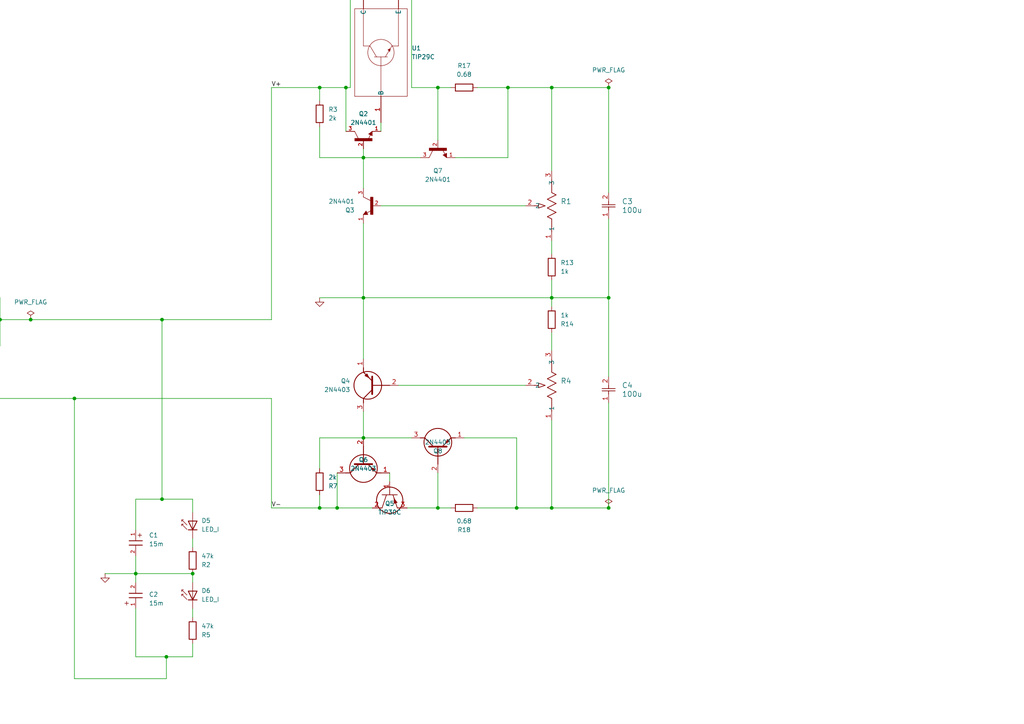
<source format=kicad_sch>
(kicad_sch
	(version 20250114)
	(generator "eeschema")
	(generator_version "9.0")
	(uuid "bd97a8e3-4fd6-4a30-adc6-276b3ee6696b")
	(paper "A4")
	(lib_symbols
		(symbol "2N4401:2N4401"
			(pin_names
				(offset 1.016)
			)
			(exclude_from_sim no)
			(in_bom yes)
			(on_board yes)
			(property "Reference" "Q"
				(at 3.81 0 0)
				(effects
					(font
						(size 1.27 1.27)
					)
					(justify left bottom)
				)
			)
			(property "Value" "2N4401"
				(at 3.81 -2.54 0)
				(effects
					(font
						(size 1.27 1.27)
					)
					(justify left bottom)
				)
			)
			(property "Footprint" ""
				(at 0 0 0)
				(effects
					(font
						(size 1.27 1.27)
					)
					(hide yes)
				)
			)
			(property "Datasheet" ""
				(at 0 0 0)
				(effects
					(font
						(size 1.27 1.27)
					)
					(hide yes)
				)
			)
			(property "Description" ""
				(at 0 0 0)
				(effects
					(font
						(size 1.27 1.27)
					)
					(hide yes)
				)
			)
			(property "DigiKey_Part_Number" ""
				(at 0 0 0)
				(effects
					(font
						(size 1.27 1.27)
					)
					(justify bottom)
					(hide yes)
				)
			)
			(property "SnapEDA_Link" "https://www.snapeda.com/parts/2N4401/Micro+Commercial+Components/view-part/?ref=snap"
				(at 0 0 0)
				(effects
					(font
						(size 1.27 1.27)
					)
					(justify bottom)
					(hide yes)
				)
			)
			(property "Description_1" "Bipolar (BJT) Transistor NPN 40 V 250MHz 600 mW Through Hole TO-92"
				(at 0 0 0)
				(effects
					(font
						(size 1.27 1.27)
					)
					(justify bottom)
					(hide yes)
				)
			)
			(property "MF" "Micro Commercial"
				(at 0 0 0)
				(effects
					(font
						(size 1.27 1.27)
					)
					(justify bottom)
					(hide yes)
				)
			)
			(property "Package" "TO-92 Motorola"
				(at 0 0 0)
				(effects
					(font
						(size 1.27 1.27)
					)
					(justify bottom)
					(hide yes)
				)
			)
			(property "Check_prices" "https://www.snapeda.com/parts/2N4401/Micro+Commercial+Components/view-part/?ref=eda"
				(at 0 0 0)
				(effects
					(font
						(size 1.27 1.27)
					)
					(justify bottom)
					(hide yes)
				)
			)
			(property "MP" "2N4401"
				(at 0 0 0)
				(effects
					(font
						(size 1.27 1.27)
					)
					(justify bottom)
					(hide yes)
				)
			)
			(symbol "2N4401_0_0"
				(rectangle
					(start -0.254 -2.54)
					(end 0.508 2.54)
					(stroke
						(width 0.1)
						(type default)
					)
					(fill
						(type outline)
					)
				)
				(polyline
					(pts
						(xy 1.27 -2.54) (xy 1.778 -1.524)
					)
					(stroke
						(width 0.1524)
						(type default)
					)
					(fill
						(type none)
					)
				)
				(polyline
					(pts
						(xy 1.524 -2.286) (xy 1.905 -2.286)
					)
					(stroke
						(width 0.254)
						(type default)
					)
					(fill
						(type none)
					)
				)
				(polyline
					(pts
						(xy 1.524 -2.413) (xy 2.286 -2.413)
					)
					(stroke
						(width 0.254)
						(type default)
					)
					(fill
						(type none)
					)
				)
				(polyline
					(pts
						(xy 1.54 -2.04) (xy 0.308 -1.424)
					)
					(stroke
						(width 0.1524)
						(type default)
					)
					(fill
						(type none)
					)
				)
				(polyline
					(pts
						(xy 1.778 -1.524) (xy 2.54 -2.54)
					)
					(stroke
						(width 0.1524)
						(type default)
					)
					(fill
						(type none)
					)
				)
				(polyline
					(pts
						(xy 1.778 -1.778) (xy 1.524 -2.286)
					)
					(stroke
						(width 0.254)
						(type default)
					)
					(fill
						(type none)
					)
				)
				(polyline
					(pts
						(xy 1.905 -2.286) (xy 1.778 -2.032)
					)
					(stroke
						(width 0.254)
						(type default)
					)
					(fill
						(type none)
					)
				)
				(polyline
					(pts
						(xy 2.286 -2.413) (xy 1.778 -1.778)
					)
					(stroke
						(width 0.254)
						(type default)
					)
					(fill
						(type none)
					)
				)
				(polyline
					(pts
						(xy 2.54 2.54) (xy 0.508 1.524)
					)
					(stroke
						(width 0.1524)
						(type default)
					)
					(fill
						(type none)
					)
				)
				(polyline
					(pts
						(xy 2.54 -2.54) (xy 1.27 -2.54)
					)
					(stroke
						(width 0.1524)
						(type default)
					)
					(fill
						(type none)
					)
				)
				(pin passive line
					(at -2.54 0 0)
					(length 2.54)
					(name "~"
						(effects
							(font
								(size 1.016 1.016)
							)
						)
					)
					(number "2"
						(effects
							(font
								(size 1.016 1.016)
							)
						)
					)
				)
				(pin passive line
					(at 2.54 5.08 270)
					(length 2.54)
					(name "~"
						(effects
							(font
								(size 1.016 1.016)
							)
						)
					)
					(number "3"
						(effects
							(font
								(size 1.016 1.016)
							)
						)
					)
				)
				(pin passive line
					(at 2.54 -5.08 90)
					(length 2.54)
					(name "~"
						(effects
							(font
								(size 1.016 1.016)
							)
						)
					)
					(number "1"
						(effects
							(font
								(size 1.016 1.016)
							)
						)
					)
				)
			)
			(embedded_fonts no)
		)
		(symbol "2N4403:2N4403"
			(pin_names
				(hide yes)
			)
			(exclude_from_sim no)
			(in_bom yes)
			(on_board yes)
			(property "Reference" "Q"
				(at 13.97 1.27 0)
				(effects
					(font
						(size 1.27 1.27)
					)
					(justify left top)
				)
			)
			(property "Value" "2N4403"
				(at 13.97 -1.27 0)
				(effects
					(font
						(size 1.27 1.27)
					)
					(justify left top)
				)
			)
			(property "Footprint" "2N4403"
				(at 13.97 -101.27 0)
				(effects
					(font
						(size 1.27 1.27)
					)
					(justify left top)
					(hide yes)
				)
			)
			(property "Datasheet" "https://componentsearchengine.com/Datasheets/1/2N4403.pdf"
				(at 13.97 -201.27 0)
				(effects
					(font
						(size 1.27 1.27)
					)
					(justify left top)
					(hide yes)
				)
			)
			(property "Description" "General Purpose PNP Transistor, 600 mA, 40 V, 3-Pin TO-92, 55 to +150C"
				(at 0 0 0)
				(effects
					(font
						(size 1.27 1.27)
					)
					(hide yes)
				)
			)
			(property "Height" "5.33"
				(at 13.97 -401.27 0)
				(effects
					(font
						(size 1.27 1.27)
					)
					(justify left top)
					(hide yes)
				)
			)
			(property "Mouser Part Number" "512-2N4403"
				(at 13.97 -501.27 0)
				(effects
					(font
						(size 1.27 1.27)
					)
					(justify left top)
					(hide yes)
				)
			)
			(property "Mouser Price/Stock" "http://www.mouser.com/Search/ProductDetail.aspx?qs=Ih6pQfo0YOpBPFHjk8fNdQ%3d%3d"
				(at 13.97 -601.27 0)
				(effects
					(font
						(size 1.27 1.27)
					)
					(justify left top)
					(hide yes)
				)
			)
			(property "Manufacturer_Name" "onsemi"
				(at 13.97 -701.27 0)
				(effects
					(font
						(size 1.27 1.27)
					)
					(justify left top)
					(hide yes)
				)
			)
			(property "Manufacturer_Part_Number" "2N4403"
				(at 13.97 -801.27 0)
				(effects
					(font
						(size 1.27 1.27)
					)
					(justify left top)
					(hide yes)
				)
			)
			(symbol "2N4403_1_1"
				(polyline
					(pts
						(xy 2.54 0) (xy 7.62 0)
					)
					(stroke
						(width 0.254)
						(type default)
					)
					(fill
						(type none)
					)
				)
				(polyline
					(pts
						(xy 7.62 2.54) (xy 7.62 -2.54)
					)
					(stroke
						(width 0.508)
						(type default)
					)
					(fill
						(type none)
					)
				)
				(polyline
					(pts
						(xy 7.62 1.27) (xy 10.16 3.81)
					)
					(stroke
						(width 0.254)
						(type default)
					)
					(fill
						(type none)
					)
				)
				(polyline
					(pts
						(xy 7.62 -1.27) (xy 10.16 -3.81)
					)
					(stroke
						(width 0.254)
						(type default)
					)
					(fill
						(type none)
					)
				)
				(circle
					(center 8.89 0)
					(radius 4.016)
					(stroke
						(width 0.254)
						(type default)
					)
					(fill
						(type none)
					)
				)
				(polyline
					(pts
						(xy 9.652 -2.794) (xy 9.144 -3.302) (xy 8.636 -2.286) (xy 9.652 -2.794)
					)
					(stroke
						(width 0.254)
						(type default)
					)
					(fill
						(type outline)
					)
				)
				(polyline
					(pts
						(xy 10.16 3.81) (xy 10.16 5.08)
					)
					(stroke
						(width 0.254)
						(type default)
					)
					(fill
						(type none)
					)
				)
				(polyline
					(pts
						(xy 10.16 -3.81) (xy 10.16 -5.08)
					)
					(stroke
						(width 0.254)
						(type default)
					)
					(fill
						(type none)
					)
				)
				(pin passive line
					(at 0 0 0)
					(length 2.54)
					(name "B"
						(effects
							(font
								(size 1.27 1.27)
							)
						)
					)
					(number "2"
						(effects
							(font
								(size 1.27 1.27)
							)
						)
					)
				)
				(pin passive line
					(at 10.16 7.62 270)
					(length 2.54)
					(name "C"
						(effects
							(font
								(size 1.27 1.27)
							)
						)
					)
					(number "3"
						(effects
							(font
								(size 1.27 1.27)
							)
						)
					)
				)
				(pin passive line
					(at 10.16 -7.62 90)
					(length 2.54)
					(name "E"
						(effects
							(font
								(size 1.27 1.27)
							)
						)
					)
					(number "1"
						(effects
							(font
								(size 1.27 1.27)
							)
						)
					)
				)
			)
			(embedded_fonts no)
		)
		(symbol "860130874006 (100uF 25V Blue Cap):WCAP-ATET_8X11.5"
			(pin_names
				(offset 1.016)
			)
			(exclude_from_sim no)
			(in_bom yes)
			(on_board yes)
			(property "Reference" "C"
				(at 1.175 3.38 0)
				(effects
					(font
						(size 1.27 1.27)
					)
					(justify bottom)
				)
			)
			(property "Value" "WCAP-ATET_8X11.5"
				(at 0.915 -5.075 0)
				(effects
					(font
						(size 1.27 1.27)
					)
					(justify bottom)
				)
			)
			(property "Footprint" "WCAP-ATET_8X11.5:WCAP-ATET_8X11.5_DXL_"
				(at 0 0 0)
				(effects
					(font
						(size 1.27 1.27)
					)
					(justify bottom)
					(hide yes)
				)
			)
			(property "Datasheet" ""
				(at 0 0 0)
				(effects
					(font
						(size 1.27 1.27)
					)
					(hide yes)
				)
			)
			(property "Description" ""
				(at 0 0 0)
				(effects
					(font
						(size 1.27 1.27)
					)
					(hide yes)
				)
			)
			(symbol "WCAP-ATET_8X11.5_0_0"
				(polyline
					(pts
						(xy 0 0) (xy 0.6426 0)
					)
					(stroke
						(width 0.1524)
						(type default)
					)
					(fill
						(type none)
					)
				)
				(polyline
					(pts
						(xy 0.635 -1.905) (xy 0.635 1.905)
					)
					(stroke
						(width 0.254)
						(type default)
					)
					(fill
						(type none)
					)
				)
				(polyline
					(pts
						(xy 1.905 1.905) (xy 1.905 -1.905)
					)
					(stroke
						(width 0.254)
						(type default)
					)
					(fill
						(type none)
					)
				)
				(polyline
					(pts
						(xy 1.9279 0) (xy 2.5705 0)
					)
					(stroke
						(width 0.1524)
						(type default)
					)
					(fill
						(type none)
					)
				)
				(text "+"
					(at 2.54 -1.905 0)
					(effects
						(font
							(size 1.4224 1.4224)
						)
						(justify left bottom)
					)
				)
				(pin passive line
					(at -2.54 0 0)
					(length 2.54)
					(name "~"
						(effects
							(font
								(size 1.016 1.016)
							)
						)
					)
					(number "2"
						(effects
							(font
								(size 1.016 1.016)
							)
						)
					)
				)
				(pin passive line
					(at 5.08 0 180)
					(length 2.54)
					(name "~"
						(effects
							(font
								(size 1.016 1.016)
							)
						)
					)
					(number "1"
						(effects
							(font
								(size 1.016 1.016)
							)
						)
					)
				)
			)
			(embedded_fonts no)
		)
		(symbol "Connector:Conn_01x03_Pin"
			(pin_names
				(offset 1.016)
				(hide yes)
			)
			(exclude_from_sim no)
			(in_bom yes)
			(on_board yes)
			(property "Reference" "J"
				(at 0 5.08 0)
				(effects
					(font
						(size 1.27 1.27)
					)
				)
			)
			(property "Value" "Conn_01x03_Pin"
				(at 0 -5.08 0)
				(effects
					(font
						(size 1.27 1.27)
					)
				)
			)
			(property "Footprint" ""
				(at 0 0 0)
				(effects
					(font
						(size 1.27 1.27)
					)
					(hide yes)
				)
			)
			(property "Datasheet" "~"
				(at 0 0 0)
				(effects
					(font
						(size 1.27 1.27)
					)
					(hide yes)
				)
			)
			(property "Description" "Generic connector, single row, 01x03, script generated"
				(at 0 0 0)
				(effects
					(font
						(size 1.27 1.27)
					)
					(hide yes)
				)
			)
			(property "ki_locked" ""
				(at 0 0 0)
				(effects
					(font
						(size 1.27 1.27)
					)
				)
			)
			(property "ki_keywords" "connector"
				(at 0 0 0)
				(effects
					(font
						(size 1.27 1.27)
					)
					(hide yes)
				)
			)
			(property "ki_fp_filters" "Connector*:*_1x??_*"
				(at 0 0 0)
				(effects
					(font
						(size 1.27 1.27)
					)
					(hide yes)
				)
			)
			(symbol "Conn_01x03_Pin_1_1"
				(rectangle
					(start 0.8636 2.667)
					(end 0 2.413)
					(stroke
						(width 0.1524)
						(type default)
					)
					(fill
						(type outline)
					)
				)
				(rectangle
					(start 0.8636 0.127)
					(end 0 -0.127)
					(stroke
						(width 0.1524)
						(type default)
					)
					(fill
						(type outline)
					)
				)
				(rectangle
					(start 0.8636 -2.413)
					(end 0 -2.667)
					(stroke
						(width 0.1524)
						(type default)
					)
					(fill
						(type outline)
					)
				)
				(polyline
					(pts
						(xy 1.27 2.54) (xy 0.8636 2.54)
					)
					(stroke
						(width 0.1524)
						(type default)
					)
					(fill
						(type none)
					)
				)
				(polyline
					(pts
						(xy 1.27 0) (xy 0.8636 0)
					)
					(stroke
						(width 0.1524)
						(type default)
					)
					(fill
						(type none)
					)
				)
				(polyline
					(pts
						(xy 1.27 -2.54) (xy 0.8636 -2.54)
					)
					(stroke
						(width 0.1524)
						(type default)
					)
					(fill
						(type none)
					)
				)
				(pin passive line
					(at 5.08 2.54 180)
					(length 3.81)
					(name "Pin_1"
						(effects
							(font
								(size 1.27 1.27)
							)
						)
					)
					(number "1"
						(effects
							(font
								(size 1.27 1.27)
							)
						)
					)
				)
				(pin passive line
					(at 5.08 0 180)
					(length 3.81)
					(name "Pin_2"
						(effects
							(font
								(size 1.27 1.27)
							)
						)
					)
					(number "2"
						(effects
							(font
								(size 1.27 1.27)
							)
						)
					)
				)
				(pin passive line
					(at 5.08 -2.54 180)
					(length 3.81)
					(name "Pin_3"
						(effects
							(font
								(size 1.27 1.27)
							)
						)
					)
					(number "3"
						(effects
							(font
								(size 1.27 1.27)
							)
						)
					)
				)
			)
			(embedded_fonts no)
		)
		(symbol "Device:R"
			(pin_numbers
				(hide yes)
			)
			(pin_names
				(offset 0)
			)
			(exclude_from_sim no)
			(in_bom yes)
			(on_board yes)
			(property "Reference" "R"
				(at 2.032 0 90)
				(effects
					(font
						(size 1.27 1.27)
					)
				)
			)
			(property "Value" "R"
				(at 0 0 90)
				(effects
					(font
						(size 1.27 1.27)
					)
				)
			)
			(property "Footprint" ""
				(at -1.778 0 90)
				(effects
					(font
						(size 1.27 1.27)
					)
					(hide yes)
				)
			)
			(property "Datasheet" "~"
				(at 0 0 0)
				(effects
					(font
						(size 1.27 1.27)
					)
					(hide yes)
				)
			)
			(property "Description" "Resistor"
				(at 0 0 0)
				(effects
					(font
						(size 1.27 1.27)
					)
					(hide yes)
				)
			)
			(property "ki_keywords" "R res resistor"
				(at 0 0 0)
				(effects
					(font
						(size 1.27 1.27)
					)
					(hide yes)
				)
			)
			(property "ki_fp_filters" "R_*"
				(at 0 0 0)
				(effects
					(font
						(size 1.27 1.27)
					)
					(hide yes)
				)
			)
			(symbol "R_0_1"
				(rectangle
					(start -1.016 -2.54)
					(end 1.016 2.54)
					(stroke
						(width 0.254)
						(type default)
					)
					(fill
						(type none)
					)
				)
			)
			(symbol "R_1_1"
				(pin passive line
					(at 0 3.81 270)
					(length 1.27)
					(name "~"
						(effects
							(font
								(size 1.27 1.27)
							)
						)
					)
					(number "1"
						(effects
							(font
								(size 1.27 1.27)
							)
						)
					)
				)
				(pin passive line
					(at 0 -3.81 90)
					(length 1.27)
					(name "~"
						(effects
							(font
								(size 1.27 1.27)
							)
						)
					)
					(number "2"
						(effects
							(font
								(size 1.27 1.27)
							)
						)
					)
				)
			)
			(embedded_fonts no)
		)
		(symbol "Diode:1N4004"
			(pin_numbers
				(hide yes)
			)
			(pin_names
				(hide yes)
			)
			(exclude_from_sim no)
			(in_bom yes)
			(on_board yes)
			(property "Reference" "D"
				(at 0 2.54 0)
				(effects
					(font
						(size 1.27 1.27)
					)
				)
			)
			(property "Value" "1N4004"
				(at 0 -2.54 0)
				(effects
					(font
						(size 1.27 1.27)
					)
				)
			)
			(property "Footprint" "Diode_THT:D_DO-41_SOD81_P10.16mm_Horizontal"
				(at 0 -4.445 0)
				(effects
					(font
						(size 1.27 1.27)
					)
					(hide yes)
				)
			)
			(property "Datasheet" "http://www.vishay.com/docs/88503/1n4001.pdf"
				(at 0 0 0)
				(effects
					(font
						(size 1.27 1.27)
					)
					(hide yes)
				)
			)
			(property "Description" "400V 1A General Purpose Rectifier Diode, DO-41"
				(at 0 0 0)
				(effects
					(font
						(size 1.27 1.27)
					)
					(hide yes)
				)
			)
			(property "Sim.Device" "D"
				(at 0 0 0)
				(effects
					(font
						(size 1.27 1.27)
					)
					(hide yes)
				)
			)
			(property "Sim.Pins" "1=K 2=A"
				(at 0 0 0)
				(effects
					(font
						(size 1.27 1.27)
					)
					(hide yes)
				)
			)
			(property "ki_keywords" "diode"
				(at 0 0 0)
				(effects
					(font
						(size 1.27 1.27)
					)
					(hide yes)
				)
			)
			(property "ki_fp_filters" "D*DO?41*"
				(at 0 0 0)
				(effects
					(font
						(size 1.27 1.27)
					)
					(hide yes)
				)
			)
			(symbol "1N4004_0_1"
				(polyline
					(pts
						(xy -1.27 1.27) (xy -1.27 -1.27)
					)
					(stroke
						(width 0.254)
						(type default)
					)
					(fill
						(type none)
					)
				)
				(polyline
					(pts
						(xy 1.27 1.27) (xy 1.27 -1.27) (xy -1.27 0) (xy 1.27 1.27)
					)
					(stroke
						(width 0.254)
						(type default)
					)
					(fill
						(type none)
					)
				)
				(polyline
					(pts
						(xy 1.27 0) (xy -1.27 0)
					)
					(stroke
						(width 0)
						(type default)
					)
					(fill
						(type none)
					)
				)
			)
			(symbol "1N4004_1_1"
				(pin passive line
					(at -3.81 0 0)
					(length 2.54)
					(name "K"
						(effects
							(font
								(size 1.27 1.27)
							)
						)
					)
					(number "1"
						(effects
							(font
								(size 1.27 1.27)
							)
						)
					)
				)
				(pin passive line
					(at 3.81 0 180)
					(length 2.54)
					(name "A"
						(effects
							(font
								(size 1.27 1.27)
							)
						)
					)
					(number "2"
						(effects
							(font
								(size 1.27 1.27)
							)
						)
					)
				)
			)
			(embedded_fonts no)
		)
		(symbol "ECO-S1EP153BA (15k uF Cap):ECOS1EP153BA"
			(pin_names
				(offset 0.254)
			)
			(exclude_from_sim no)
			(in_bom yes)
			(on_board yes)
			(property "Reference" "C"
				(at 3.81 3.81 0)
				(effects
					(font
						(size 1.524 1.524)
					)
				)
			)
			(property "Value" "ECOS1EP153BA"
				(at 3.81 -3.81 0)
				(effects
					(font
						(size 1.524 1.524)
					)
				)
			)
			(property "Footprint" "CAP_PAN_30X20_PAN"
				(at 0 0 0)
				(effects
					(font
						(size 1.27 1.27)
						(italic yes)
					)
					(hide yes)
				)
			)
			(property "Datasheet" "ECOS1EP153BA"
				(at 0 0 0)
				(effects
					(font
						(size 1.27 1.27)
						(italic yes)
					)
					(hide yes)
				)
			)
			(property "Description" ""
				(at 0 0 0)
				(effects
					(font
						(size 1.27 1.27)
					)
					(hide yes)
				)
			)
			(property "ki_locked" ""
				(at 0 0 0)
				(effects
					(font
						(size 1.27 1.27)
					)
				)
			)
			(property "ki_keywords" "ECOS1EP153BA"
				(at 0 0 0)
				(effects
					(font
						(size 1.27 1.27)
					)
					(hide yes)
				)
			)
			(property "ki_fp_filters" "CAP_PAN_30X20_PAN"
				(at 0 0 0)
				(effects
					(font
						(size 1.27 1.27)
					)
					(hide yes)
				)
			)
			(symbol "ECOS1EP153BA_1_1"
				(polyline
					(pts
						(xy 2.54 0) (xy 3.4798 0)
					)
					(stroke
						(width 0.2032)
						(type default)
					)
					(fill
						(type none)
					)
				)
				(polyline
					(pts
						(xy 3.4798 -1.905) (xy 3.4798 1.905)
					)
					(stroke
						(width 0.2032)
						(type default)
					)
					(fill
						(type none)
					)
				)
				(polyline
					(pts
						(xy 4.1148 0) (xy 5.08 0)
					)
					(stroke
						(width 0.2032)
						(type default)
					)
					(fill
						(type none)
					)
				)
				(polyline
					(pts
						(xy 4.1148 -1.905) (xy 4.1148 1.905)
					)
					(stroke
						(width 0.2032)
						(type default)
					)
					(fill
						(type none)
					)
				)
				(pin unspecified line
					(at 0 0 0)
					(length 2.54)
					(name ""
						(effects
							(font
								(size 1.27 1.27)
							)
						)
					)
					(number "1"
						(effects
							(font
								(size 1.27 1.27)
							)
						)
					)
				)
				(pin unspecified line
					(at 7.62 0 180)
					(length 2.54)
					(name ""
						(effects
							(font
								(size 1.27 1.27)
							)
						)
					)
					(number "2"
						(effects
							(font
								(size 1.27 1.27)
							)
						)
					)
				)
			)
			(symbol "ECOS1EP153BA_1_2"
				(polyline
					(pts
						(xy -1.905 -3.4798) (xy 1.905 -3.4798)
					)
					(stroke
						(width 0.2032)
						(type default)
					)
					(fill
						(type none)
					)
				)
				(polyline
					(pts
						(xy -1.905 -4.1148) (xy 1.905 -4.1148)
					)
					(stroke
						(width 0.2032)
						(type default)
					)
					(fill
						(type none)
					)
				)
				(polyline
					(pts
						(xy 0 -2.54) (xy 0 -3.4798)
					)
					(stroke
						(width 0.2032)
						(type default)
					)
					(fill
						(type none)
					)
				)
				(polyline
					(pts
						(xy 0 -4.1148) (xy 0 -5.08)
					)
					(stroke
						(width 0.2032)
						(type default)
					)
					(fill
						(type none)
					)
				)
				(pin unspecified line
					(at 0 0 270)
					(length 2.54)
					(name ""
						(effects
							(font
								(size 1.27 1.27)
							)
						)
					)
					(number "1"
						(effects
							(font
								(size 1.27 1.27)
							)
						)
					)
				)
				(pin unspecified line
					(at 0 -7.62 90)
					(length 2.54)
					(name ""
						(effects
							(font
								(size 1.27 1.27)
							)
						)
					)
					(number "2"
						(effects
							(font
								(size 1.27 1.27)
							)
						)
					)
				)
			)
			(embedded_fonts no)
		)
		(symbol "LED:CQY99"
			(pin_numbers
				(hide yes)
			)
			(pin_names
				(offset 1.016)
				(hide yes)
			)
			(exclude_from_sim no)
			(in_bom yes)
			(on_board yes)
			(property "Reference" "D"
				(at 0.508 1.778 0)
				(effects
					(font
						(size 1.27 1.27)
					)
					(justify left)
				)
			)
			(property "Value" "CQY99"
				(at -1.016 -2.794 0)
				(effects
					(font
						(size 1.27 1.27)
					)
				)
			)
			(property "Footprint" "LED_THT:LED_D5.0mm_IRGrey"
				(at 0 4.445 0)
				(effects
					(font
						(size 1.27 1.27)
					)
					(hide yes)
				)
			)
			(property "Datasheet" "https://www.prtice.info/IMG/pdf/CQY99.pdf"
				(at -1.27 0 0)
				(effects
					(font
						(size 1.27 1.27)
					)
					(hide yes)
				)
			)
			(property "Description" "950nm IR-LED, 5mm"
				(at 0 0 0)
				(effects
					(font
						(size 1.27 1.27)
					)
					(hide yes)
				)
			)
			(property "ki_keywords" "IR LED"
				(at 0 0 0)
				(effects
					(font
						(size 1.27 1.27)
					)
					(hide yes)
				)
			)
			(property "ki_fp_filters" "LED*5.0mm*IRGrey*"
				(at 0 0 0)
				(effects
					(font
						(size 1.27 1.27)
					)
					(hide yes)
				)
			)
			(symbol "CQY99_0_1"
				(polyline
					(pts
						(xy -2.54 1.27) (xy -2.54 -1.27)
					)
					(stroke
						(width 0.254)
						(type default)
					)
					(fill
						(type none)
					)
				)
				(polyline
					(pts
						(xy -2.413 1.651) (xy -0.889 3.175) (xy -0.889 2.667) (xy -0.889 3.175) (xy -1.397 3.175)
					)
					(stroke
						(width 0)
						(type default)
					)
					(fill
						(type none)
					)
				)
				(polyline
					(pts
						(xy -1.143 1.651) (xy 0.381 3.175) (xy 0.381 2.667)
					)
					(stroke
						(width 0)
						(type default)
					)
					(fill
						(type none)
					)
				)
				(polyline
					(pts
						(xy 0 0) (xy -2.54 0)
					)
					(stroke
						(width 0)
						(type default)
					)
					(fill
						(type none)
					)
				)
				(polyline
					(pts
						(xy 0 -1.27) (xy -2.54 0) (xy 0 1.27) (xy 0 -1.27)
					)
					(stroke
						(width 0.254)
						(type default)
					)
					(fill
						(type none)
					)
				)
				(polyline
					(pts
						(xy 0.381 3.175) (xy -0.127 3.175)
					)
					(stroke
						(width 0)
						(type default)
					)
					(fill
						(type none)
					)
				)
			)
			(symbol "CQY99_1_1"
				(pin passive line
					(at -5.08 0 0)
					(length 2.54)
					(name "K"
						(effects
							(font
								(size 1.27 1.27)
							)
						)
					)
					(number "1"
						(effects
							(font
								(size 1.27 1.27)
							)
						)
					)
				)
				(pin passive line
					(at 2.54 0 180)
					(length 2.54)
					(name "A"
						(effects
							(font
								(size 1.27 1.27)
							)
						)
					)
					(number "2"
						(effects
							(font
								(size 1.27 1.27)
							)
						)
					)
				)
			)
			(embedded_fonts no)
		)
		(symbol "P160KN-0QC15B100K (Potentiometer):P160KN-0QC15B100K"
			(pin_names
				(offset 0.254)
			)
			(exclude_from_sim no)
			(in_bom yes)
			(on_board yes)
			(property "Reference" "R"
				(at 10.795 -3.175 0)
				(effects
					(font
						(size 1.524 1.524)
					)
				)
			)
			(property "Value" "P160KN-0QC15B100K"
				(at 10.795 -6.35 0)
				(effects
					(font
						(size 1.524 1.524)
					)
				)
			)
			(property "Footprint" "POT_P160KN_TTE"
				(at 0 0 0)
				(effects
					(font
						(size 1.27 1.27)
						(italic yes)
					)
					(hide yes)
				)
			)
			(property "Datasheet" "P160KN-0QC15B100K"
				(at 0 0 0)
				(effects
					(font
						(size 1.27 1.27)
						(italic yes)
					)
					(hide yes)
				)
			)
			(property "Description" ""
				(at 0 0 0)
				(effects
					(font
						(size 1.27 1.27)
					)
					(hide yes)
				)
			)
			(property "ki_locked" ""
				(at 0 0 0)
				(effects
					(font
						(size 1.27 1.27)
					)
				)
			)
			(property "ki_keywords" "P160KN-0QC15B100K"
				(at 0 0 0)
				(effects
					(font
						(size 1.27 1.27)
					)
					(hide yes)
				)
			)
			(property "ki_fp_filters" "POT_P160KN_TTE"
				(at 0 0 0)
				(effects
					(font
						(size 1.27 1.27)
					)
					(hide yes)
				)
			)
			(symbol "P160KN-0QC15B100K_1_1"
				(polyline
					(pts
						(xy 2.54 0) (xy 6.35 0)
					)
					(stroke
						(width 0.2032)
						(type default)
					)
					(fill
						(type none)
					)
				)
				(polyline
					(pts
						(xy 6.35 0) (xy 6.985 1.27)
					)
					(stroke
						(width 0.2032)
						(type default)
					)
					(fill
						(type none)
					)
				)
				(polyline
					(pts
						(xy 6.985 1.27) (xy 8.255 -1.27)
					)
					(stroke
						(width 0.2032)
						(type default)
					)
					(fill
						(type none)
					)
				)
				(polyline
					(pts
						(xy 8.255 -1.27) (xy 9.525 1.27)
					)
					(stroke
						(width 0.2032)
						(type default)
					)
					(fill
						(type none)
					)
				)
				(polyline
					(pts
						(xy 9.525 3.81) (xy 10.16 1.905)
					)
					(stroke
						(width 0.2032)
						(type default)
					)
					(fill
						(type none)
					)
				)
				(polyline
					(pts
						(xy 9.525 3.81) (xy 10.795 3.81)
					)
					(stroke
						(width 0.2032)
						(type default)
					)
					(fill
						(type none)
					)
				)
				(polyline
					(pts
						(xy 9.525 1.27) (xy 10.795 -1.27)
					)
					(stroke
						(width 0.2032)
						(type default)
					)
					(fill
						(type none)
					)
				)
				(polyline
					(pts
						(xy 10.16 3.81) (xy 10.16 5.08)
					)
					(stroke
						(width 0.2032)
						(type default)
					)
					(fill
						(type none)
					)
				)
				(polyline
					(pts
						(xy 10.795 3.81) (xy 10.16 1.905)
					)
					(stroke
						(width 0.2032)
						(type default)
					)
					(fill
						(type none)
					)
				)
				(polyline
					(pts
						(xy 10.795 -1.27) (xy 12.065 1.27)
					)
					(stroke
						(width 0.2032)
						(type default)
					)
					(fill
						(type none)
					)
				)
				(polyline
					(pts
						(xy 12.065 1.27) (xy 13.335 -1.27)
					)
					(stroke
						(width 0.2032)
						(type default)
					)
					(fill
						(type none)
					)
				)
				(polyline
					(pts
						(xy 13.335 -1.27) (xy 13.97 0)
					)
					(stroke
						(width 0.2032)
						(type default)
					)
					(fill
						(type none)
					)
				)
				(polyline
					(pts
						(xy 13.97 0) (xy 17.78 0)
					)
					(stroke
						(width 0.2032)
						(type default)
					)
					(fill
						(type none)
					)
				)
				(pin unspecified line
					(at 0 0 0)
					(length 2.54)
					(name "1"
						(effects
							(font
								(size 1.27 1.27)
							)
						)
					)
					(number "1"
						(effects
							(font
								(size 1.27 1.27)
							)
						)
					)
				)
				(pin unspecified line
					(at 10.16 7.62 270)
					(length 2.54)
					(name "2"
						(effects
							(font
								(size 1.27 1.27)
							)
						)
					)
					(number "2"
						(effects
							(font
								(size 1.27 1.27)
							)
						)
					)
				)
				(pin unspecified line
					(at 20.32 0 180)
					(length 2.54)
					(name "3"
						(effects
							(font
								(size 1.27 1.27)
							)
						)
					)
					(number "3"
						(effects
							(font
								(size 1.27 1.27)
							)
						)
					)
				)
			)
			(symbol "P160KN-0QC15B100K_1_2"
				(polyline
					(pts
						(xy -3.81 -9.525) (xy -1.905 -10.16)
					)
					(stroke
						(width 0.2032)
						(type default)
					)
					(fill
						(type none)
					)
				)
				(polyline
					(pts
						(xy -3.81 -10.16) (xy -5.08 -10.16)
					)
					(stroke
						(width 0.2032)
						(type default)
					)
					(fill
						(type none)
					)
				)
				(polyline
					(pts
						(xy -3.81 -10.795) (xy -3.81 -9.525)
					)
					(stroke
						(width 0.2032)
						(type default)
					)
					(fill
						(type none)
					)
				)
				(polyline
					(pts
						(xy -3.81 -10.795) (xy -1.905 -10.16)
					)
					(stroke
						(width 0.2032)
						(type default)
					)
					(fill
						(type none)
					)
				)
				(polyline
					(pts
						(xy -1.27 -8.255) (xy 1.27 -6.985)
					)
					(stroke
						(width 0.2032)
						(type default)
					)
					(fill
						(type none)
					)
				)
				(polyline
					(pts
						(xy -1.27 -10.795) (xy 1.27 -9.525)
					)
					(stroke
						(width 0.2032)
						(type default)
					)
					(fill
						(type none)
					)
				)
				(polyline
					(pts
						(xy -1.27 -13.335) (xy 1.27 -12.065)
					)
					(stroke
						(width 0.2032)
						(type default)
					)
					(fill
						(type none)
					)
				)
				(polyline
					(pts
						(xy 0 -6.35) (xy 0 -2.54)
					)
					(stroke
						(width 0.2032)
						(type default)
					)
					(fill
						(type none)
					)
				)
				(polyline
					(pts
						(xy 0 -13.97) (xy -1.27 -13.335)
					)
					(stroke
						(width 0.2032)
						(type default)
					)
					(fill
						(type none)
					)
				)
				(polyline
					(pts
						(xy 0 -17.78) (xy 0 -13.97)
					)
					(stroke
						(width 0.2032)
						(type default)
					)
					(fill
						(type none)
					)
				)
				(polyline
					(pts
						(xy 1.27 -6.985) (xy 0 -6.35)
					)
					(stroke
						(width 0.2032)
						(type default)
					)
					(fill
						(type none)
					)
				)
				(polyline
					(pts
						(xy 1.27 -9.525) (xy -1.27 -8.255)
					)
					(stroke
						(width 0.2032)
						(type default)
					)
					(fill
						(type none)
					)
				)
				(polyline
					(pts
						(xy 1.27 -12.065) (xy -1.27 -10.795)
					)
					(stroke
						(width 0.2032)
						(type default)
					)
					(fill
						(type none)
					)
				)
				(pin unspecified line
					(at -7.62 -10.16 0)
					(length 2.54)
					(name "2"
						(effects
							(font
								(size 1.27 1.27)
							)
						)
					)
					(number "2"
						(effects
							(font
								(size 1.27 1.27)
							)
						)
					)
				)
				(pin unspecified line
					(at 0 0 270)
					(length 2.54)
					(name "1"
						(effects
							(font
								(size 1.27 1.27)
							)
						)
					)
					(number "1"
						(effects
							(font
								(size 1.27 1.27)
							)
						)
					)
				)
				(pin unspecified line
					(at 0 -20.32 90)
					(length 2.54)
					(name "3"
						(effects
							(font
								(size 1.27 1.27)
							)
						)
					)
					(number "3"
						(effects
							(font
								(size 1.27 1.27)
							)
						)
					)
				)
			)
			(embedded_fonts no)
		)
		(symbol "TIP29C:TIP29C"
			(pin_names
				(offset 0.254)
			)
			(exclude_from_sim no)
			(in_bom yes)
			(on_board yes)
			(property "Reference" "U"
				(at 20.32 12.7 0)
				(effects
					(font
						(size 1.524 1.524)
					)
				)
			)
			(property "Value" "TIP29C"
				(at 20.32 10.16 0)
				(effects
					(font
						(size 1.524 1.524)
					)
				)
			)
			(property "Footprint" "TO-220_STM"
				(at 0 0 0)
				(effects
					(font
						(size 1.27 1.27)
						(italic yes)
					)
					(hide yes)
				)
			)
			(property "Datasheet" "https://www.st.com/resource/en/datasheet/tip29a.pdf"
				(at 0 0 0)
				(effects
					(font
						(size 1.27 1.27)
						(italic yes)
					)
					(hide yes)
				)
			)
			(property "Description" ""
				(at 0 0 0)
				(effects
					(font
						(size 1.27 1.27)
					)
					(hide yes)
				)
			)
			(property "ki_locked" ""
				(at 0 0 0)
				(effects
					(font
						(size 1.27 1.27)
					)
				)
			)
			(property "ki_keywords" "TIP29C"
				(at 0 0 0)
				(effects
					(font
						(size 1.27 1.27)
					)
					(hide yes)
				)
			)
			(property "ki_fp_filters" "TO-220_STM"
				(at 0 0 0)
				(effects
					(font
						(size 1.27 1.27)
					)
					(hide yes)
				)
			)
			(symbol "TIP29C_0_1"
				(polyline
					(pts
						(xy 7.62 7.62) (xy 7.62 -7.62)
					)
					(stroke
						(width 0.127)
						(type default)
					)
					(fill
						(type none)
					)
				)
				(polyline
					(pts
						(xy 7.62 -7.62) (xy 33.02 -7.62)
					)
					(stroke
						(width 0.127)
						(type default)
					)
					(fill
						(type none)
					)
				)
				(polyline
					(pts
						(xy 19.05 1.905) (xy 19.05 -1.905)
					)
					(stroke
						(width 0.127)
						(type default)
					)
					(fill
						(type none)
					)
				)
				(polyline
					(pts
						(xy 19.05 0) (xy 7.62 0)
					)
					(stroke
						(width 0.127)
						(type default)
					)
					(fill
						(type none)
					)
				)
				(polyline
					(pts
						(xy 19.05 -1.27) (xy 22.225 -3.175)
					)
					(stroke
						(width 0.127)
						(type default)
					)
					(fill
						(type none)
					)
				)
				(circle
					(center 20.32 0)
					(radius 3.81)
					(stroke
						(width 0.127)
						(type default)
					)
					(fill
						(type none)
					)
				)
				(polyline
					(pts
						(xy 20.6375 -2.54) (xy 21.1138 -2.0638)
					)
					(stroke
						(width 0.127)
						(type default)
					)
					(fill
						(type none)
					)
				)
				(polyline
					(pts
						(xy 21.1138 -2.0638) (xy 21.4313 -2.6988) (xy 20.6375 -2.54)
					)
					(stroke
						(width 0)
						(type default)
					)
					(fill
						(type outline)
					)
				)
				(polyline
					(pts
						(xy 21.4313 -2.6988) (xy 20.6375 -2.54)
					)
					(stroke
						(width 0.127)
						(type default)
					)
					(fill
						(type none)
					)
				)
				(polyline
					(pts
						(xy 21.4313 -2.6988) (xy 21.1138 -2.0638)
					)
					(stroke
						(width 0.127)
						(type default)
					)
					(fill
						(type none)
					)
				)
				(polyline
					(pts
						(xy 22.225 5.08) (xy 33.02 5.08)
					)
					(stroke
						(width 0.127)
						(type default)
					)
					(fill
						(type none)
					)
				)
				(polyline
					(pts
						(xy 22.225 3.175) (xy 19.05 1.27)
					)
					(stroke
						(width 0.127)
						(type default)
					)
					(fill
						(type none)
					)
				)
				(polyline
					(pts
						(xy 22.225 3.175) (xy 22.225 5.08)
					)
					(stroke
						(width 0.127)
						(type default)
					)
					(fill
						(type none)
					)
				)
				(polyline
					(pts
						(xy 22.225 -3.175) (xy 22.225 -5.08)
					)
					(stroke
						(width 0.127)
						(type default)
					)
					(fill
						(type none)
					)
				)
				(polyline
					(pts
						(xy 33.02 7.62) (xy 7.62 7.62)
					)
					(stroke
						(width 0.127)
						(type default)
					)
					(fill
						(type none)
					)
				)
				(polyline
					(pts
						(xy 33.02 -5.08) (xy 22.225 -5.08)
					)
					(stroke
						(width 0.127)
						(type default)
					)
					(fill
						(type none)
					)
				)
				(polyline
					(pts
						(xy 33.02 -7.62) (xy 33.02 7.62)
					)
					(stroke
						(width 0.127)
						(type default)
					)
					(fill
						(type none)
					)
				)
				(pin unspecified line
					(at 0 0 0)
					(length 7.62)
					(name "B"
						(effects
							(font
								(size 1.27 1.27)
							)
						)
					)
					(number "1"
						(effects
							(font
								(size 1.27 1.27)
							)
						)
					)
				)
				(pin unspecified line
					(at 40.64 5.08 180)
					(length 7.62)
					(name "C"
						(effects
							(font
								(size 1.27 1.27)
							)
						)
					)
					(number "2"
						(effects
							(font
								(size 1.27 1.27)
							)
						)
					)
				)
				(pin unspecified line
					(at 40.64 -5.08 180)
					(length 7.62)
					(name "E"
						(effects
							(font
								(size 1.27 1.27)
							)
						)
					)
					(number "3"
						(effects
							(font
								(size 1.27 1.27)
							)
						)
					)
				)
			)
			(embedded_fonts no)
		)
		(symbol "TIP30C:TIP30C"
			(pin_names
				(offset 0.254)
			)
			(exclude_from_sim no)
			(in_bom yes)
			(on_board yes)
			(property "Reference" "U"
				(at 10.16 2.54 0)
				(effects
					(font
						(size 1.524 1.524)
					)
				)
			)
			(property "Value" "TIP30C"
				(at 10.16 -2.54 0)
				(effects
					(font
						(size 1.524 1.524)
					)
				)
			)
			(property "Footprint" "TO-220_STM"
				(at 0 0 0)
				(effects
					(font
						(size 1.27 1.27)
						(italic yes)
					)
					(hide yes)
				)
			)
			(property "Datasheet" "TIP30C"
				(at 0 0 0)
				(effects
					(font
						(size 1.27 1.27)
						(italic yes)
					)
					(hide yes)
				)
			)
			(property "Description" ""
				(at 0 0 0)
				(effects
					(font
						(size 1.27 1.27)
					)
					(hide yes)
				)
			)
			(property "ki_locked" ""
				(at 0 0 0)
				(effects
					(font
						(size 1.27 1.27)
					)
				)
			)
			(property "ki_keywords" "TIP30C"
				(at 0 0 0)
				(effects
					(font
						(size 1.27 1.27)
					)
					(hide yes)
				)
			)
			(property "ki_fp_filters" "TO-220_STM"
				(at 0 0 0)
				(effects
					(font
						(size 1.27 1.27)
					)
					(hide yes)
				)
			)
			(symbol "TIP30C_0_1"
				(polyline
					(pts
						(xy 2.54 0) (xy 3.81 0)
					)
					(stroke
						(width 0.2032)
						(type default)
					)
					(fill
						(type none)
					)
				)
				(polyline
					(pts
						(xy 3.81 0.9398) (xy 7.62 2.2098)
					)
					(stroke
						(width 0.2032)
						(type default)
					)
					(fill
						(type none)
					)
				)
				(polyline
					(pts
						(xy 3.81 -0.9398) (xy 7.62 -2.2098)
					)
					(stroke
						(width 0.2032)
						(type default)
					)
					(fill
						(type none)
					)
				)
				(polyline
					(pts
						(xy 3.81 -2.2098) (xy 3.81 2.2098)
					)
					(stroke
						(width 0.2032)
						(type default)
					)
					(fill
						(type none)
					)
				)
				(circle
					(center 5.3848 0)
					(radius 3.81)
					(stroke
						(width 0.254)
						(type default)
					)
					(fill
						(type none)
					)
				)
				(polyline
					(pts
						(xy 6.0198 -2.2098) (xy 6.35 -1.27) (xy 4.7498 -1.27)
					)
					(stroke
						(width 0)
						(type default)
					)
					(fill
						(type outline)
					)
				)
				(polyline
					(pts
						(xy 7.62 2.2098) (xy 7.62 2.54)
					)
					(stroke
						(width 0.2032)
						(type default)
					)
					(fill
						(type none)
					)
				)
				(polyline
					(pts
						(xy 7.62 -2.54) (xy 7.62 -2.2098)
					)
					(stroke
						(width 0.2032)
						(type default)
					)
					(fill
						(type none)
					)
				)
				(pin unspecified line
					(at 0 0 0)
					(length 2.54)
					(name ""
						(effects
							(font
								(size 1.27 1.27)
							)
						)
					)
					(number "1"
						(effects
							(font
								(size 1.27 1.27)
							)
						)
					)
				)
				(pin unspecified line
					(at 7.62 5.08 270)
					(length 2.54)
					(name ""
						(effects
							(font
								(size 1.27 1.27)
							)
						)
					)
					(number "2"
						(effects
							(font
								(size 1.27 1.27)
							)
						)
					)
				)
				(pin unspecified line
					(at 7.62 -5.08 90)
					(length 2.54)
					(name ""
						(effects
							(font
								(size 1.27 1.27)
							)
						)
					)
					(number "3"
						(effects
							(font
								(size 1.27 1.27)
							)
						)
					)
				)
			)
			(embedded_fonts no)
		)
		(symbol "power:GND"
			(power)
			(pin_numbers
				(hide yes)
			)
			(pin_names
				(offset 0)
				(hide yes)
			)
			(exclude_from_sim no)
			(in_bom yes)
			(on_board yes)
			(property "Reference" "#PWR"
				(at 0 -6.35 0)
				(effects
					(font
						(size 1.27 1.27)
					)
					(hide yes)
				)
			)
			(property "Value" "GND"
				(at 0 -3.81 0)
				(effects
					(font
						(size 1.27 1.27)
					)
				)
			)
			(property "Footprint" ""
				(at 0 0 0)
				(effects
					(font
						(size 1.27 1.27)
					)
					(hide yes)
				)
			)
			(property "Datasheet" ""
				(at 0 0 0)
				(effects
					(font
						(size 1.27 1.27)
					)
					(hide yes)
				)
			)
			(property "Description" "Power symbol creates a global label with name \"GND\" , ground"
				(at 0 0 0)
				(effects
					(font
						(size 1.27 1.27)
					)
					(hide yes)
				)
			)
			(property "ki_keywords" "global power"
				(at 0 0 0)
				(effects
					(font
						(size 1.27 1.27)
					)
					(hide yes)
				)
			)
			(symbol "GND_0_1"
				(polyline
					(pts
						(xy 0 0) (xy 0 -1.27) (xy 1.27 -1.27) (xy 0 -2.54) (xy -1.27 -1.27) (xy 0 -1.27)
					)
					(stroke
						(width 0)
						(type default)
					)
					(fill
						(type none)
					)
				)
			)
			(symbol "GND_1_1"
				(pin power_in line
					(at 0 0 270)
					(length 0)
					(name "~"
						(effects
							(font
								(size 1.27 1.27)
							)
						)
					)
					(number "1"
						(effects
							(font
								(size 1.27 1.27)
							)
						)
					)
				)
			)
			(embedded_fonts no)
		)
		(symbol "power:PWR_FLAG"
			(power)
			(pin_numbers
				(hide yes)
			)
			(pin_names
				(offset 0)
				(hide yes)
			)
			(exclude_from_sim no)
			(in_bom yes)
			(on_board yes)
			(property "Reference" "#FLG"
				(at 0 1.905 0)
				(effects
					(font
						(size 1.27 1.27)
					)
					(hide yes)
				)
			)
			(property "Value" "PWR_FLAG"
				(at 0 3.81 0)
				(effects
					(font
						(size 1.27 1.27)
					)
				)
			)
			(property "Footprint" ""
				(at 0 0 0)
				(effects
					(font
						(size 1.27 1.27)
					)
					(hide yes)
				)
			)
			(property "Datasheet" "~"
				(at 0 0 0)
				(effects
					(font
						(size 1.27 1.27)
					)
					(hide yes)
				)
			)
			(property "Description" "Special symbol for telling ERC where power comes from"
				(at 0 0 0)
				(effects
					(font
						(size 1.27 1.27)
					)
					(hide yes)
				)
			)
			(property "ki_keywords" "flag power"
				(at 0 0 0)
				(effects
					(font
						(size 1.27 1.27)
					)
					(hide yes)
				)
			)
			(symbol "PWR_FLAG_0_0"
				(pin power_out line
					(at 0 0 90)
					(length 0)
					(name "~"
						(effects
							(font
								(size 1.27 1.27)
							)
						)
					)
					(number "1"
						(effects
							(font
								(size 1.27 1.27)
							)
						)
					)
				)
			)
			(symbol "PWR_FLAG_0_1"
				(polyline
					(pts
						(xy 0 0) (xy 0 1.27) (xy -1.016 1.905) (xy 0 2.54) (xy 1.016 1.905) (xy 0 1.27)
					)
					(stroke
						(width 0)
						(type default)
					)
					(fill
						(type none)
					)
				)
			)
			(embedded_fonts no)
		)
	)
	(junction
		(at 55.88 166.37)
		(diameter 0)
		(color 0 0 0 0)
		(uuid "1136be91-b7db-48d9-8b3b-500a74ec5bf3")
	)
	(junction
		(at 39.37 166.37)
		(diameter 0)
		(color 0 0 0 0)
		(uuid "11c324fe-b22d-446d-9e19-157868b7bcd1")
	)
	(junction
		(at -26.67 77.47)
		(diameter 0)
		(color 0 0 0 0)
		(uuid "1574f561-37c3-40a5-9a37-a2c7a4dbd5ef")
	)
	(junction
		(at 97.79 147.32)
		(diameter 0)
		(color 0 0 0 0)
		(uuid "18a9e177-7e84-40ac-9c5b-94d30aa2b39d")
	)
	(junction
		(at 149.86 147.32)
		(diameter 0)
		(color 0 0 0 0)
		(uuid "1cc8e487-7152-4583-8f41-5699a2f6904a")
	)
	(junction
		(at 176.53 86.36)
		(diameter 0)
		(color 0 0 0 0)
		(uuid "2001baee-8638-4db8-9e47-3352a8c6847a")
	)
	(junction
		(at 21.59 115.57)
		(diameter 0)
		(color 0 0 0 0)
		(uuid "26068a69-1c54-45e0-88dd-eba68da9053a")
	)
	(junction
		(at 0 92.71)
		(diameter 0)
		(color 0 0 0 0)
		(uuid "2611ae58-3e7c-44d5-b8d3-9cfefa1de23b")
	)
	(junction
		(at 127 25.4)
		(diameter 0)
		(color 0 0 0 0)
		(uuid "2ea89858-f42c-48be-bb9d-643650a642cb")
	)
	(junction
		(at -34.29 93.98)
		(diameter 0)
		(color 0 0 0 0)
		(uuid "3195b767-f8d8-45d0-99ef-7d64a158e2a5")
	)
	(junction
		(at -31.75 107.95)
		(diameter 0)
		(color 0 0 0 0)
		(uuid "335fcb2d-63ae-4574-ae92-49cb2bb45940")
	)
	(junction
		(at 105.41 86.36)
		(diameter 0)
		(color 0 0 0 0)
		(uuid "3cf4328a-4596-447d-9c7e-fc3a9399174b")
	)
	(junction
		(at 8.89 92.71)
		(diameter 0)
		(color 0 0 0 0)
		(uuid "4f2639f1-3803-4192-9a0f-7eb66b0da3e0")
	)
	(junction
		(at 147.32 25.4)
		(diameter 0)
		(color 0 0 0 0)
		(uuid "588c179e-e731-40d9-884e-53285cfabfd2")
	)
	(junction
		(at 127 147.32)
		(diameter 0)
		(color 0 0 0 0)
		(uuid "62bdbd68-ee3f-47b8-9c23-e9971d12f180")
	)
	(junction
		(at 105.41 45.72)
		(diameter 0)
		(color 0 0 0 0)
		(uuid "63b7d9f0-3b8f-4ce2-aa28-38443561171a")
	)
	(junction
		(at 92.71 25.4)
		(diameter 0)
		(color 0 0 0 0)
		(uuid "6fcf76d5-5f06-4977-a6e3-ab44413c47e1")
	)
	(junction
		(at 46.99 92.71)
		(diameter 0)
		(color 0 0 0 0)
		(uuid "880ce419-ac79-4350-8f84-36ff20ae7b9c")
	)
	(junction
		(at 160.02 25.4)
		(diameter 0)
		(color 0 0 0 0)
		(uuid "a1283fcb-49da-46d8-ad07-123d7ee8d219")
	)
	(junction
		(at 176.53 25.4)
		(diameter 0)
		(color 0 0 0 0)
		(uuid "a3979aaf-1bdf-4ea1-803e-9cff60430e29")
	)
	(junction
		(at -8.89 115.57)
		(diameter 0)
		(color 0 0 0 0)
		(uuid "ac89da08-675c-4bf8-bafd-083b63ac4bb1")
	)
	(junction
		(at -17.78 100.33)
		(diameter 0)
		(color 0 0 0 0)
		(uuid "b3fecb2c-405c-4955-b580-f8aec76f018a")
	)
	(junction
		(at 48.26 190.5)
		(diameter 0)
		(color 0 0 0 0)
		(uuid "b8146fc3-798a-4172-8b7e-95912eec0063")
	)
	(junction
		(at 92.71 147.32)
		(diameter 0)
		(color 0 0 0 0)
		(uuid "bf6fb3e5-7846-4295-a7fd-379116b29a33")
	)
	(junction
		(at 105.41 127)
		(diameter 0)
		(color 0 0 0 0)
		(uuid "cb24aad6-bd01-4386-9efa-c694628d21e9")
	)
	(junction
		(at 160.02 86.36)
		(diameter 0)
		(color 0 0 0 0)
		(uuid "d4be1670-4bf2-4bba-88df-de5af9919d35")
	)
	(junction
		(at 160.02 147.32)
		(diameter 0)
		(color 0 0 0 0)
		(uuid "e0ff6545-e55c-436f-bc2f-52cb0b810f8c")
	)
	(junction
		(at 176.53 147.32)
		(diameter 0)
		(color 0 0 0 0)
		(uuid "e78e9b91-87df-4c83-8433-633fa1ef675b")
	)
	(junction
		(at -17.78 86.36)
		(diameter 0)
		(color 0 0 0 0)
		(uuid "eb9516c6-e977-486a-b725-f7425f86372e")
	)
	(junction
		(at 100.33 25.4)
		(diameter 0)
		(color 0 0 0 0)
		(uuid "ecf48ca3-84e6-4f8e-a910-01bc582da4c2")
	)
	(junction
		(at 46.99 144.78)
		(diameter 0)
		(color 0 0 0 0)
		(uuid "fae9d8a4-9c33-44b4-aa2e-bb0c75378d93")
	)
	(wire
		(pts
			(xy 160.02 86.36) (xy 160.02 88.9)
		)
		(stroke
			(width 0)
			(type default)
		)
		(uuid "004a5ff2-ea32-454e-8f72-50dee729a7f5")
	)
	(wire
		(pts
			(xy 78.74 92.71) (xy 78.74 25.4)
		)
		(stroke
			(width 0)
			(type default)
		)
		(uuid "01093954-2ee2-4c57-856c-d8c3c307f793")
	)
	(wire
		(pts
			(xy 149.86 147.32) (xy 149.86 127)
		)
		(stroke
			(width 0)
			(type default)
		)
		(uuid "064b44fc-1b76-43b7-b2ca-e037f042ceab")
	)
	(wire
		(pts
			(xy 105.41 43.18) (xy 105.41 45.72)
		)
		(stroke
			(width 0)
			(type default)
		)
		(uuid "09bdfd23-225d-4d1a-828c-3b8fbff4ea91")
	)
	(wire
		(pts
			(xy -31.75 107.95) (xy -17.78 107.95)
		)
		(stroke
			(width 0)
			(type default)
		)
		(uuid "0a6284c1-f061-490b-becd-e007575fb225")
	)
	(wire
		(pts
			(xy -34.29 93.98) (xy -34.29 100.33)
		)
		(stroke
			(width 0)
			(type default)
		)
		(uuid "0af1475c-3c7a-43ae-9563-e8cd65c8d1a8")
	)
	(wire
		(pts
			(xy 92.71 127) (xy 105.41 127)
		)
		(stroke
			(width 0)
			(type default)
		)
		(uuid "0b639b7b-9fcc-426b-843f-690dcd72ceec")
	)
	(wire
		(pts
			(xy 92.71 147.32) (xy 92.71 143.51)
		)
		(stroke
			(width 0)
			(type default)
		)
		(uuid "1023afcf-29de-4cd2-8b6d-b40b78da9918")
	)
	(wire
		(pts
			(xy 110.49 59.69) (xy 152.4 59.69)
		)
		(stroke
			(width 0)
			(type default)
		)
		(uuid "134c5a20-a58e-4d8c-9cf3-82b0cb6c012f")
	)
	(wire
		(pts
			(xy -17.78 86.36) (xy -13.97 86.36)
		)
		(stroke
			(width 0)
			(type default)
		)
		(uuid "13a496c9-7a25-4323-901b-7ebdd2c9e1f3")
	)
	(wire
		(pts
			(xy 147.32 25.4) (xy 160.02 25.4)
		)
		(stroke
			(width 0)
			(type default)
		)
		(uuid "174475b6-f512-4683-bfbe-398de06747ea")
	)
	(wire
		(pts
			(xy 92.71 147.32) (xy 97.79 147.32)
		)
		(stroke
			(width 0)
			(type default)
		)
		(uuid "17c83c57-dc5f-45a4-ae54-a0f662bd3332")
	)
	(wire
		(pts
			(xy 127 25.4) (xy 130.81 25.4)
		)
		(stroke
			(width 0)
			(type default)
		)
		(uuid "1b5bbc58-010c-44d9-9245-bda481ddf5f4")
	)
	(wire
		(pts
			(xy 113.03 137.16) (xy 113.03 139.7)
		)
		(stroke
			(width 0)
			(type default)
		)
		(uuid "1b874ac1-43d2-49b8-980d-95e9451a41dc")
	)
	(wire
		(pts
			(xy 101.6 -5.08) (xy 105.41 -5.08)
		)
		(stroke
			(width 0)
			(type default)
		)
		(uuid "1c311b87-ef8d-43b4-910d-5b462b135c76")
	)
	(wire
		(pts
			(xy 0 86.36) (xy 0 92.71)
		)
		(stroke
			(width 0)
			(type default)
		)
		(uuid "1c3765d4-c403-43fa-bc41-f82a464fdb97")
	)
	(wire
		(pts
			(xy -40.64 115.57) (xy -8.89 115.57)
		)
		(stroke
			(width 0)
			(type default)
		)
		(uuid "1d09ea7f-a0de-44b2-b3e4-c23ac9d284cc")
	)
	(wire
		(pts
			(xy 119.38 -5.08) (xy 119.38 25.4)
		)
		(stroke
			(width 0)
			(type default)
		)
		(uuid "20aec1b2-a6f8-4bf5-9b4d-756b5c33d9a3")
	)
	(wire
		(pts
			(xy 21.59 115.57) (xy 78.74 115.57)
		)
		(stroke
			(width 0)
			(type default)
		)
		(uuid "212c3483-3dc5-470e-bc8c-3df957794f49")
	)
	(wire
		(pts
			(xy -6.35 100.33) (xy 0 100.33)
		)
		(stroke
			(width 0)
			(type default)
		)
		(uuid "237712ef-2e24-4811-af94-c2bd08fc7b7b")
	)
	(wire
		(pts
			(xy 97.79 137.16) (xy 97.79 147.32)
		)
		(stroke
			(width 0)
			(type default)
		)
		(uuid "23b0f48a-8aa0-4786-b3b8-0388067478a7")
	)
	(wire
		(pts
			(xy 160.02 96.52) (xy 160.02 101.6)
		)
		(stroke
			(width 0)
			(type default)
		)
		(uuid "23d2c1b7-4076-4b46-b607-db1b0ebb1e0b")
	)
	(wire
		(pts
			(xy 46.99 144.78) (xy 55.88 144.78)
		)
		(stroke
			(width 0)
			(type default)
		)
		(uuid "2547fc4f-4360-478a-873f-1293c311eed9")
	)
	(wire
		(pts
			(xy -49.53 77.47) (xy -26.67 77.47)
		)
		(stroke
			(width 0)
			(type default)
		)
		(uuid "31577cd0-15ed-4a07-880e-f26d044c7600")
	)
	(wire
		(pts
			(xy 105.41 86.36) (xy 160.02 86.36)
		)
		(stroke
			(width 0)
			(type default)
		)
		(uuid "343d6e09-3c05-43c2-938c-d1deb459a68f")
	)
	(wire
		(pts
			(xy 46.99 92.71) (xy 78.74 92.71)
		)
		(stroke
			(width 0)
			(type default)
		)
		(uuid "3601538b-1c75-4c17-9db3-b600114e3be2")
	)
	(wire
		(pts
			(xy 127 147.32) (xy 130.81 147.32)
		)
		(stroke
			(width 0)
			(type default)
		)
		(uuid "3c102b9d-d394-4df0-8ed3-571baedf1672")
	)
	(wire
		(pts
			(xy 100.33 25.4) (xy 100.33 38.1)
		)
		(stroke
			(width 0)
			(type default)
		)
		(uuid "422f1cf9-6956-404f-a959-62468a3b0558")
	)
	(wire
		(pts
			(xy 176.53 86.36) (xy 176.53 109.22)
		)
		(stroke
			(width 0)
			(type default)
		)
		(uuid "42d15a85-7ee8-4554-bd91-ed28f6745c96")
	)
	(wire
		(pts
			(xy 39.37 176.53) (xy 39.37 190.5)
		)
		(stroke
			(width 0)
			(type default)
		)
		(uuid "47dd843a-da81-47b0-91ba-f8e10bbcbc73")
	)
	(wire
		(pts
			(xy -34.29 86.36) (xy -34.29 93.98)
		)
		(stroke
			(width 0)
			(type default)
		)
		(uuid "4b2cf90a-7a45-4d65-a048-27ef874a1281")
	)
	(wire
		(pts
			(xy 176.53 86.36) (xy 160.02 86.36)
		)
		(stroke
			(width 0)
			(type default)
		)
		(uuid "4ce0958a-bde9-4628-bece-ec7dc27b8aa8")
	)
	(wire
		(pts
			(xy 160.02 69.85) (xy 160.02 73.66)
		)
		(stroke
			(width 0)
			(type default)
		)
		(uuid "4df82764-3526-4218-ac8a-c5f04e9e62c5")
	)
	(wire
		(pts
			(xy 105.41 45.72) (xy 105.41 54.61)
		)
		(stroke
			(width 0)
			(type default)
		)
		(uuid "4e701990-7192-4427-aeb7-fdb7442cf098")
	)
	(wire
		(pts
			(xy -22.86 86.36) (xy -17.78 86.36)
		)
		(stroke
			(width 0)
			(type default)
		)
		(uuid "50e3ad0f-4ae0-431c-a656-40fb8f10af3c")
	)
	(wire
		(pts
			(xy 78.74 25.4) (xy 92.71 25.4)
		)
		(stroke
			(width 0)
			(type default)
		)
		(uuid "538753ec-6045-42e3-adfc-f478abc27439")
	)
	(wire
		(pts
			(xy 176.53 116.84) (xy 176.53 147.32)
		)
		(stroke
			(width 0)
			(type default)
		)
		(uuid "5483fad9-0d25-4430-8226-d317937c68a4")
	)
	(wire
		(pts
			(xy 55.88 156.21) (xy 55.88 158.75)
		)
		(stroke
			(width 0)
			(type default)
		)
		(uuid "5606c5bb-7ba4-43f8-8a32-6c73b45eeb89")
	)
	(wire
		(pts
			(xy 39.37 144.78) (xy 46.99 144.78)
		)
		(stroke
			(width 0)
			(type default)
		)
		(uuid "59696afe-ada6-4a9d-8dc1-cf2cb863f140")
	)
	(wire
		(pts
			(xy 0 92.71) (xy 0 100.33)
		)
		(stroke
			(width 0)
			(type default)
		)
		(uuid "5be05af2-8519-4c78-ad79-d67c84273fc8")
	)
	(wire
		(pts
			(xy -49.53 77.47) (xy -49.53 88.9)
		)
		(stroke
			(width 0)
			(type default)
		)
		(uuid "5cbd6573-576a-4db2-bd4f-e879885a0d6c")
	)
	(wire
		(pts
			(xy 39.37 166.37) (xy 55.88 166.37)
		)
		(stroke
			(width 0)
			(type default)
		)
		(uuid "5d8cc4cb-b330-4038-9e0d-1d79ba5b4fa1")
	)
	(wire
		(pts
			(xy 48.26 190.5) (xy 55.88 190.5)
		)
		(stroke
			(width 0)
			(type default)
		)
		(uuid "5d8e90a3-f0b6-46e4-a290-eebc7462bfc6")
	)
	(wire
		(pts
			(xy 78.74 147.32) (xy 92.71 147.32)
		)
		(stroke
			(width 0)
			(type default)
		)
		(uuid "5e56b949-71d0-4c44-96fe-7d37a47fe0bb")
	)
	(wire
		(pts
			(xy 115.57 111.76) (xy 152.4 111.76)
		)
		(stroke
			(width 0)
			(type default)
		)
		(uuid "5e8bb2ef-9c50-480a-9f5e-5c0d46d0bba6")
	)
	(wire
		(pts
			(xy -17.78 77.47) (xy -17.78 86.36)
		)
		(stroke
			(width 0)
			(type default)
		)
		(uuid "63d830da-aa8c-4588-9357-3d068803ab24")
	)
	(wire
		(pts
			(xy 118.11 147.32) (xy 127 147.32)
		)
		(stroke
			(width 0)
			(type default)
		)
		(uuid "6478c5a5-eaef-4d66-9b71-835217e22031")
	)
	(wire
		(pts
			(xy 127 25.4) (xy 127 40.64)
		)
		(stroke
			(width 0)
			(type default)
		)
		(uuid "64c2543a-fa3c-4ba0-8980-7eeabdde791b")
	)
	(wire
		(pts
			(xy 92.71 25.4) (xy 92.71 29.21)
		)
		(stroke
			(width 0)
			(type default)
		)
		(uuid "67d667c6-cb2a-4000-8b1d-5fe401e3aae6")
	)
	(wire
		(pts
			(xy 92.71 135.89) (xy 92.71 127)
		)
		(stroke
			(width 0)
			(type default)
		)
		(uuid "68097ef9-4175-4975-9345-865a607af4b3")
	)
	(wire
		(pts
			(xy -49.53 107.95) (xy -31.75 107.95)
		)
		(stroke
			(width 0)
			(type default)
		)
		(uuid "68cc2785-24c5-4e0a-bc7f-1dfb69c20026")
	)
	(wire
		(pts
			(xy 115.57 -5.08) (xy 119.38 -5.08)
		)
		(stroke
			(width 0)
			(type default)
		)
		(uuid "6fae7a18-523b-4fb1-8b26-d051c5702b61")
	)
	(wire
		(pts
			(xy 160.02 147.32) (xy 149.86 147.32)
		)
		(stroke
			(width 0)
			(type default)
		)
		(uuid "710224b5-c4e8-47b7-8b31-0feb8e684874")
	)
	(wire
		(pts
			(xy 55.88 144.78) (xy 55.88 148.59)
		)
		(stroke
			(width 0)
			(type default)
		)
		(uuid "72ce3927-5f97-470d-aae9-562b187c0afb")
	)
	(wire
		(pts
			(xy 105.41 64.77) (xy 105.41 86.36)
		)
		(stroke
			(width 0)
			(type default)
		)
		(uuid "755c789c-2e21-438f-ad52-59d98af6051a")
	)
	(wire
		(pts
			(xy 0 92.71) (xy 8.89 92.71)
		)
		(stroke
			(width 0)
			(type default)
		)
		(uuid "7585a5fc-26a2-4add-b62c-b8cca6e0a07f")
	)
	(wire
		(pts
			(xy -49.53 93.98) (xy -49.53 107.95)
		)
		(stroke
			(width 0)
			(type default)
		)
		(uuid "759cc7c7-71bc-4518-8cde-51da2a0cc2cc")
	)
	(wire
		(pts
			(xy 147.32 45.72) (xy 132.08 45.72)
		)
		(stroke
			(width 0)
			(type default)
		)
		(uuid "766fc88a-7386-412f-ba39-90fe5f9706ac")
	)
	(wire
		(pts
			(xy -17.78 100.33) (xy -13.97 100.33)
		)
		(stroke
			(width 0)
			(type default)
		)
		(uuid "78ea23be-2607-4c00-8713-698d1c4b3908")
	)
	(wire
		(pts
			(xy 138.43 147.32) (xy 149.86 147.32)
		)
		(stroke
			(width 0)
			(type default)
		)
		(uuid "7ba4ae0b-1cc6-44df-9c86-de1fc515d84a")
	)
	(wire
		(pts
			(xy 39.37 166.37) (xy 39.37 168.91)
		)
		(stroke
			(width 0)
			(type default)
		)
		(uuid "8008b6ca-803e-478f-be73-0c8ff879c798")
	)
	(wire
		(pts
			(xy 160.02 81.28) (xy 160.02 86.36)
		)
		(stroke
			(width 0)
			(type default)
		)
		(uuid "8bd4512c-a5df-4e82-adf7-1328bd002b2a")
	)
	(wire
		(pts
			(xy 78.74 115.57) (xy 78.74 147.32)
		)
		(stroke
			(width 0)
			(type default)
		)
		(uuid "8bd8294e-4ff5-470f-91e8-ee2467fe900a")
	)
	(wire
		(pts
			(xy 101.6 -5.08) (xy 101.6 25.4)
		)
		(stroke
			(width 0)
			(type default)
		)
		(uuid "8caedcd0-6bd2-46aa-82a3-1ad79e952f40")
	)
	(wire
		(pts
			(xy -30.48 86.36) (xy -34.29 86.36)
		)
		(stroke
			(width 0)
			(type default)
		)
		(uuid "8f0d3986-f889-4f8b-b795-b810d77def8c")
	)
	(wire
		(pts
			(xy -22.86 100.33) (xy -17.78 100.33)
		)
		(stroke
			(width 0)
			(type default)
		)
		(uuid "926579ad-bf68-48bd-9164-856a8e8f4962")
	)
	(wire
		(pts
			(xy 105.41 86.36) (xy 92.71 86.36)
		)
		(stroke
			(width 0)
			(type default)
		)
		(uuid "93ab6c82-2695-46e0-8188-08b650e28df2")
	)
	(wire
		(pts
			(xy 110.49 35.56) (xy 110.49 38.1)
		)
		(stroke
			(width 0)
			(type default)
		)
		(uuid "9449e7e8-3fb0-4620-9740-3dc7ffdd04f2")
	)
	(wire
		(pts
			(xy 100.33 25.4) (xy 101.6 25.4)
		)
		(stroke
			(width 0)
			(type default)
		)
		(uuid "944a66fa-6bf4-47a9-acb5-0255a38537d8")
	)
	(wire
		(pts
			(xy 39.37 161.29) (xy 39.37 166.37)
		)
		(stroke
			(width 0)
			(type default)
		)
		(uuid "9595bc89-5833-41fd-bac4-c3060487fc79")
	)
	(wire
		(pts
			(xy 48.26 196.85) (xy 21.59 196.85)
		)
		(stroke
			(width 0)
			(type default)
		)
		(uuid "aadbf582-5d37-4616-8125-4beda0cc9798")
	)
	(wire
		(pts
			(xy 8.89 92.71) (xy 46.99 92.71)
		)
		(stroke
			(width 0)
			(type default)
		)
		(uuid "ac6ae334-7c72-413b-bfcb-3af3b061bd2b")
	)
	(wire
		(pts
			(xy 176.53 147.32) (xy 160.02 147.32)
		)
		(stroke
			(width 0)
			(type default)
		)
		(uuid "ad92c788-80ae-4174-bad1-3bf3e01ce75a")
	)
	(wire
		(pts
			(xy -6.35 86.36) (xy 0 86.36)
		)
		(stroke
			(width 0)
			(type default)
		)
		(uuid "b0024909-7dcb-4e22-b86e-2d86d22c73bd")
	)
	(wire
		(pts
			(xy 21.59 196.85) (xy 21.59 115.57)
		)
		(stroke
			(width 0)
			(type default)
		)
		(uuid "b231aa81-2c40-48ab-8b3e-930ce7a76d70")
	)
	(wire
		(pts
			(xy 39.37 153.67) (xy 39.37 144.78)
		)
		(stroke
			(width 0)
			(type default)
		)
		(uuid "b47f6429-3e9e-4c54-9b16-f7708ee0c09c")
	)
	(wire
		(pts
			(xy -52.07 93.98) (xy -49.53 93.98)
		)
		(stroke
			(width 0)
			(type default)
		)
		(uuid "b5256f17-9c3c-4f2a-8e62-1c7c030199d1")
	)
	(wire
		(pts
			(xy -52.07 91.44) (xy -45.72 91.44)
		)
		(stroke
			(width 0)
			(type default)
		)
		(uuid "b6201b13-a0e3-4f1c-96b4-85ebdf46382b")
	)
	(wire
		(pts
			(xy 160.02 25.4) (xy 160.02 49.53)
		)
		(stroke
			(width 0)
			(type default)
		)
		(uuid "ba35dad8-ac84-432a-badc-cc2c91103319")
	)
	(wire
		(pts
			(xy -26.67 77.47) (xy -17.78 77.47)
		)
		(stroke
			(width 0)
			(type default)
		)
		(uuid "bb8c67e2-6b7d-428f-931c-d26ade9d9c15")
	)
	(wire
		(pts
			(xy 55.88 166.37) (xy 55.88 168.91)
		)
		(stroke
			(width 0)
			(type default)
		)
		(uuid "c15e0437-f206-496a-9125-14e8de943365")
	)
	(wire
		(pts
			(xy 105.41 45.72) (xy 121.92 45.72)
		)
		(stroke
			(width 0)
			(type default)
		)
		(uuid "c17fd8df-78ac-4bea-a2b0-ce323a84854e")
	)
	(wire
		(pts
			(xy -34.29 93.98) (xy -40.64 93.98)
		)
		(stroke
			(width 0)
			(type default)
		)
		(uuid "c806834e-5cda-4bdc-ba9e-c41e151b28bb")
	)
	(wire
		(pts
			(xy 55.88 176.53) (xy 55.88 179.07)
		)
		(stroke
			(width 0)
			(type default)
		)
		(uuid "c837d551-0393-4617-8066-218a29400cec")
	)
	(wire
		(pts
			(xy 147.32 25.4) (xy 147.32 45.72)
		)
		(stroke
			(width 0)
			(type default)
		)
		(uuid "c87d1390-736a-40f1-b5c8-079b04e58732")
	)
	(wire
		(pts
			(xy 100.33 25.4) (xy 92.71 25.4)
		)
		(stroke
			(width 0)
			(type default)
		)
		(uuid "c93dfd17-6d2a-4798-971c-338b9cd8e864")
	)
	(wire
		(pts
			(xy 92.71 45.72) (xy 105.41 45.72)
		)
		(stroke
			(width 0)
			(type default)
		)
		(uuid "ca3d8a03-dd81-4d6b-8a5f-692af707f37d")
	)
	(wire
		(pts
			(xy 97.79 147.32) (xy 107.95 147.32)
		)
		(stroke
			(width 0)
			(type default)
		)
		(uuid "cb31d42d-2541-48a7-abeb-78d4b909308d")
	)
	(wire
		(pts
			(xy 176.53 63.5) (xy 176.53 86.36)
		)
		(stroke
			(width 0)
			(type default)
		)
		(uuid "ce14a33e-e4bf-455c-9a8c-d5ae2017cc66")
	)
	(wire
		(pts
			(xy -52.07 88.9) (xy -49.53 88.9)
		)
		(stroke
			(width 0)
			(type default)
		)
		(uuid "ce323522-cc75-42a2-a15c-cdf2baa17bec")
	)
	(wire
		(pts
			(xy -40.64 93.98) (xy -40.64 115.57)
		)
		(stroke
			(width 0)
			(type default)
		)
		(uuid "d1cdf61d-c03c-4f98-bdac-d5f27523636d")
	)
	(wire
		(pts
			(xy -34.29 100.33) (xy -30.48 100.33)
		)
		(stroke
			(width 0)
			(type default)
		)
		(uuid "d231df0c-65a8-463b-be80-99ecd43e8b10")
	)
	(wire
		(pts
			(xy 105.41 104.14) (xy 105.41 86.36)
		)
		(stroke
			(width 0)
			(type default)
		)
		(uuid "daaea17d-7fe1-4bfb-9cff-27540b622e65")
	)
	(wire
		(pts
			(xy 39.37 190.5) (xy 48.26 190.5)
		)
		(stroke
			(width 0)
			(type default)
		)
		(uuid "e3d0bec6-f896-4bc1-8210-2b31e2862f60")
	)
	(wire
		(pts
			(xy 105.41 119.38) (xy 105.41 127)
		)
		(stroke
			(width 0)
			(type default)
		)
		(uuid "e4c94cd9-3a1a-4526-86af-11e73b924651")
	)
	(wire
		(pts
			(xy 160.02 121.92) (xy 160.02 147.32)
		)
		(stroke
			(width 0)
			(type default)
		)
		(uuid "e5d9eb66-d3bb-42b9-bf5d-efde4102bf5a")
	)
	(wire
		(pts
			(xy 30.48 166.37) (xy 39.37 166.37)
		)
		(stroke
			(width 0)
			(type default)
		)
		(uuid "e7cd1dc6-2b1a-4889-b41b-c30011ebafad")
	)
	(wire
		(pts
			(xy 160.02 25.4) (xy 176.53 25.4)
		)
		(stroke
			(width 0)
			(type default)
		)
		(uuid "ecd14a0d-0de1-4473-8320-6aa67fb0b2b0")
	)
	(wire
		(pts
			(xy 48.26 190.5) (xy 48.26 196.85)
		)
		(stroke
			(width 0)
			(type default)
		)
		(uuid "ed2ff8d1-c427-4f68-8f35-df0ab7f0e888")
	)
	(wire
		(pts
			(xy -17.78 107.95) (xy -17.78 100.33)
		)
		(stroke
			(width 0)
			(type default)
		)
		(uuid "ef41f942-7ac5-489e-86ce-a1192078dafe")
	)
	(wire
		(pts
			(xy 149.86 127) (xy 134.62 127)
		)
		(stroke
			(width 0)
			(type default)
		)
		(uuid "f01cc430-d45f-402c-ad1a-018298de23b0")
	)
	(wire
		(pts
			(xy 92.71 36.83) (xy 92.71 45.72)
		)
		(stroke
			(width 0)
			(type default)
		)
		(uuid "f0410ad2-d533-4331-bc35-9ef1ba85f767")
	)
	(wire
		(pts
			(xy 46.99 92.71) (xy 46.99 144.78)
		)
		(stroke
			(width 0)
			(type default)
		)
		(uuid "f092e5e5-3294-4719-9fa4-ad8ff1196150")
	)
	(wire
		(pts
			(xy 55.88 186.69) (xy 55.88 190.5)
		)
		(stroke
			(width 0)
			(type default)
		)
		(uuid "f0b12c9a-30f7-40ec-a1b0-b42e9138e718")
	)
	(wire
		(pts
			(xy 176.53 25.4) (xy 176.53 55.88)
		)
		(stroke
			(width 0)
			(type default)
		)
		(uuid "f13f62ab-0968-4f50-8ee0-cedaf8ea218a")
	)
	(wire
		(pts
			(xy 105.41 127) (xy 119.38 127)
		)
		(stroke
			(width 0)
			(type default)
		)
		(uuid "f21a3a4f-851f-4d27-951f-8a1baa7d6928")
	)
	(wire
		(pts
			(xy 138.43 25.4) (xy 147.32 25.4)
		)
		(stroke
			(width 0)
			(type default)
		)
		(uuid "f2c466c0-5462-4c0a-ab80-9d7e410d9df4")
	)
	(wire
		(pts
			(xy 119.38 25.4) (xy 127 25.4)
		)
		(stroke
			(width 0)
			(type default)
		)
		(uuid "f7cc48ee-3ff4-4a14-83fd-39622138da25")
	)
	(wire
		(pts
			(xy 127 137.16) (xy 127 147.32)
		)
		(stroke
			(width 0)
			(type default)
		)
		(uuid "f87bcab1-13d7-4086-811d-63cafa8548c0")
	)
	(wire
		(pts
			(xy -8.89 115.57) (xy 21.59 115.57)
		)
		(stroke
			(width 0)
			(type default)
		)
		(uuid "f9ba07ff-68f6-4428-8e18-dcf8dd7c1713")
	)
	(label "V-"
		(at 78.74 147.32 0)
		(effects
			(font
				(size 1.27 1.27)
			)
			(justify left bottom)
		)
		(uuid "a79014ec-25ba-489f-8b8c-aa7c256f8b4f")
	)
	(label "V+"
		(at 78.74 25.4 0)
		(effects
			(font
				(size 1.27 1.27)
			)
			(justify left bottom)
		)
		(uuid "de7f2df0-56fe-4ce8-928b-815a4b17bc52")
	)
	(symbol
		(lib_id "power:PWR_FLAG")
		(at 176.53 147.32 0)
		(unit 1)
		(exclude_from_sim no)
		(in_bom yes)
		(on_board yes)
		(dnp no)
		(fields_autoplaced yes)
		(uuid "05d1e2f5-380e-41b2-ac54-e3761d573b44")
		(property "Reference" "#FLG07"
			(at 176.53 145.415 0)
			(effects
				(font
					(size 1.27 1.27)
				)
				(hide yes)
			)
		)
		(property "Value" "PWR_FLAG"
			(at 176.53 142.24 0)
			(effects
				(font
					(size 1.27 1.27)
				)
			)
		)
		(property "Footprint" ""
			(at 176.53 147.32 0)
			(effects
				(font
					(size 1.27 1.27)
				)
				(hide yes)
			)
		)
		(property "Datasheet" "~"
			(at 176.53 147.32 0)
			(effects
				(font
					(size 1.27 1.27)
				)
				(hide yes)
			)
		)
		(property "Description" "Special symbol for telling ERC where power comes from"
			(at 176.53 147.32 0)
			(effects
				(font
					(size 1.27 1.27)
				)
				(hide yes)
			)
		)
		(pin "1"
			(uuid "0fe24ecb-6cb6-4572-a533-25f8aeb49b1d")
		)
		(instances
			(project "test"
				(path "/bd97a8e3-4fd6-4a30-adc6-276b3ee6696b"
					(reference "#FLG07")
					(unit 1)
				)
			)
		)
	)
	(symbol
		(lib_id "ECO-S1EP153BA (15k uF Cap):ECOS1EP153BA")
		(at 176.53 116.84 90)
		(unit 1)
		(exclude_from_sim no)
		(in_bom yes)
		(on_board yes)
		(dnp no)
		(fields_autoplaced yes)
		(uuid "080b04c6-a1a6-453c-8604-3b203b96a0e7")
		(property "Reference" "C4"
			(at 180.34 111.7599 90)
			(effects
				(font
					(size 1.524 1.524)
				)
				(justify right)
			)
		)
		(property "Value" "100u"
			(at 180.34 114.2999 90)
			(effects
				(font
					(size 1.524 1.524)
				)
				(justify right)
			)
		)
		(property "Footprint" "860130874006 (100uF 25V Blue Cap):WCAP-ATET_8X11.5_DXL_"
			(at 176.53 116.84 0)
			(effects
				(font
					(size 1.27 1.27)
					(italic yes)
				)
				(hide yes)
			)
		)
		(property "Datasheet" "ECOS1EP153BA"
			(at 176.53 116.84 0)
			(effects
				(font
					(size 1.27 1.27)
					(italic yes)
				)
				(hide yes)
			)
		)
		(property "Description" ""
			(at 176.53 116.84 0)
			(effects
				(font
					(size 1.27 1.27)
				)
				(hide yes)
			)
		)
		(pin "1"
			(uuid "b45eaeb2-ba3f-408b-a70a-0457b2f0db81")
		)
		(pin "2"
			(uuid "5d1a9d0a-a878-4600-b0d9-a595b3df4b46")
		)
		(instances
			(project "test"
				(path "/bd97a8e3-4fd6-4a30-adc6-276b3ee6696b"
					(reference "C4")
					(unit 1)
				)
			)
		)
	)
	(symbol
		(lib_id "power:GND")
		(at -45.72 91.44 0)
		(unit 1)
		(exclude_from_sim no)
		(in_bom yes)
		(on_board yes)
		(dnp no)
		(fields_autoplaced yes)
		(uuid "0c15e8cb-05d9-44d0-a690-6a31c97688b6")
		(property "Reference" "#PWR01"
			(at -45.72 97.79 0)
			(effects
				(font
					(size 1.27 1.27)
				)
				(hide yes)
			)
		)
		(property "Value" "Earth"
			(at -45.72 96.52 0)
			(effects
				(font
					(size 1.27 1.27)
				)
			)
		)
		(property "Footprint" ""
			(at -45.72 91.44 0)
			(effects
				(font
					(size 1.27 1.27)
				)
				(hide yes)
			)
		)
		(property "Datasheet" "~"
			(at -45.72 91.44 0)
			(effects
				(font
					(size 1.27 1.27)
				)
				(hide yes)
			)
		)
		(property "Description" "Power symbol creates a global label with name \"GND\" , ground"
			(at -45.72 91.44 0)
			(effects
				(font
					(size 1.27 1.27)
				)
				(hide yes)
			)
		)
		(pin "1"
			(uuid "ae070600-9047-4cdc-a260-99d19e4d27fc")
		)
		(instances
			(project ""
				(path "/bd97a8e3-4fd6-4a30-adc6-276b3ee6696b"
					(reference "#PWR01")
					(unit 1)
				)
			)
		)
	)
	(symbol
		(lib_id "Device:R")
		(at 134.62 25.4 90)
		(unit 1)
		(exclude_from_sim no)
		(in_bom yes)
		(on_board yes)
		(dnp no)
		(fields_autoplaced yes)
		(uuid "16d139ea-a79b-45e4-93f5-b1b945702344")
		(property "Reference" "R17"
			(at 134.62 19.05 90)
			(effects
				(font
					(size 1.27 1.27)
				)
			)
		)
		(property "Value" "0.68"
			(at 134.62 21.59 90)
			(effects
				(font
					(size 1.27 1.27)
				)
			)
		)
		(property "Footprint" "Resistor_THT:R_Axial_DIN0207_L6.3mm_D2.5mm_P15.24mm_Horizontal"
			(at 134.62 27.178 90)
			(effects
				(font
					(size 1.27 1.27)
				)
				(hide yes)
			)
		)
		(property "Datasheet" "~"
			(at 134.62 25.4 0)
			(effects
				(font
					(size 1.27 1.27)
				)
				(hide yes)
			)
		)
		(property "Description" ""
			(at 134.62 25.4 0)
			(effects
				(font
					(size 1.27 1.27)
				)
			)
		)
		(pin "2"
			(uuid "aeceb65e-3f83-4b4f-b2b8-918522f70bfa")
		)
		(pin "1"
			(uuid "1d62d7ff-b90e-4787-be0f-84ceae623b0f")
		)
		(instances
			(project "test"
				(path "/bd97a8e3-4fd6-4a30-adc6-276b3ee6696b"
					(reference "R17")
					(unit 1)
				)
			)
		)
	)
	(symbol
		(lib_id "power:GND")
		(at 30.48 166.37 0)
		(unit 1)
		(exclude_from_sim no)
		(in_bom yes)
		(on_board yes)
		(dnp no)
		(fields_autoplaced yes)
		(uuid "1aef2f55-1697-4f11-ab44-3050be8d56f1")
		(property "Reference" "#PWR03"
			(at 30.48 172.72 0)
			(effects
				(font
					(size 1.27 1.27)
				)
				(hide yes)
			)
		)
		(property "Value" "Earth"
			(at 30.48 170.18 0)
			(effects
				(font
					(size 1.27 1.27)
				)
				(hide yes)
			)
		)
		(property "Footprint" ""
			(at 30.48 166.37 0)
			(effects
				(font
					(size 1.27 1.27)
				)
				(hide yes)
			)
		)
		(property "Datasheet" "~"
			(at 30.48 166.37 0)
			(effects
				(font
					(size 1.27 1.27)
				)
				(hide yes)
			)
		)
		(property "Description" "Power symbol creates a global label with name \"GND\" , ground"
			(at 30.48 166.37 0)
			(effects
				(font
					(size 1.27 1.27)
				)
				(hide yes)
			)
		)
		(pin "1"
			(uuid "94d3ca05-10ca-4522-83d8-d441cdaf98e6")
		)
		(instances
			(project "test"
				(path "/bd97a8e3-4fd6-4a30-adc6-276b3ee6696b"
					(reference "#PWR03")
					(unit 1)
				)
			)
		)
	)
	(symbol
		(lib_id "power:PWR_FLAG")
		(at 8.89 92.71 0)
		(unit 1)
		(exclude_from_sim no)
		(in_bom yes)
		(on_board yes)
		(dnp no)
		(fields_autoplaced yes)
		(uuid "1b44ead4-2103-431d-98a5-655f6186a2bd")
		(property "Reference" "#FLG03"
			(at 8.89 90.805 0)
			(effects
				(font
					(size 1.27 1.27)
				)
				(hide yes)
			)
		)
		(property "Value" "PWR_FLAG"
			(at 8.89 87.63 0)
			(effects
				(font
					(size 1.27 1.27)
				)
			)
		)
		(property "Footprint" ""
			(at 8.89 92.71 0)
			(effects
				(font
					(size 1.27 1.27)
				)
				(hide yes)
			)
		)
		(property "Datasheet" "~"
			(at 8.89 92.71 0)
			(effects
				(font
					(size 1.27 1.27)
				)
				(hide yes)
			)
		)
		(property "Description" "Special symbol for telling ERC where power comes from"
			(at 8.89 92.71 0)
			(effects
				(font
					(size 1.27 1.27)
				)
				(hide yes)
			)
		)
		(pin "1"
			(uuid "a51ea600-6a6b-4c06-a805-ff5f36e0ad1e")
		)
		(instances
			(project "test"
				(path "/bd97a8e3-4fd6-4a30-adc6-276b3ee6696b"
					(reference "#FLG03")
					(unit 1)
				)
			)
		)
	)
	(symbol
		(lib_id "power:PWR_FLAG")
		(at -8.89 115.57 0)
		(unit 1)
		(exclude_from_sim no)
		(in_bom yes)
		(on_board yes)
		(dnp no)
		(fields_autoplaced yes)
		(uuid "20080b1d-083c-4f4f-b170-85bb021ef517")
		(property "Reference" "#FLG05"
			(at -8.89 113.665 0)
			(effects
				(font
					(size 1.27 1.27)
				)
				(hide yes)
			)
		)
		(property "Value" "PWR_FLAG"
			(at -8.89 110.49 0)
			(effects
				(font
					(size 1.27 1.27)
				)
			)
		)
		(property "Footprint" ""
			(at -8.89 115.57 0)
			(effects
				(font
					(size 1.27 1.27)
				)
				(hide yes)
			)
		)
		(property "Datasheet" "~"
			(at -8.89 115.57 0)
			(effects
				(font
					(size 1.27 1.27)
				)
				(hide yes)
			)
		)
		(property "Description" "Special symbol for telling ERC where power comes from"
			(at -8.89 115.57 0)
			(effects
				(font
					(size 1.27 1.27)
				)
				(hide yes)
			)
		)
		(pin "1"
			(uuid "5e079578-b9f1-4e53-908d-c078eefdef96")
		)
		(instances
			(project "test"
				(path "/bd97a8e3-4fd6-4a30-adc6-276b3ee6696b"
					(reference "#FLG05")
					(unit 1)
				)
			)
		)
	)
	(symbol
		(lib_id "TIP29C:TIP29C")
		(at 110.49 35.56 90)
		(unit 1)
		(exclude_from_sim no)
		(in_bom yes)
		(on_board yes)
		(dnp no)
		(fields_autoplaced yes)
		(uuid "2222542f-0ce3-4a85-8dc7-cd45f74d2252")
		(property "Reference" "U1"
			(at 119.38 13.9699 90)
			(effects
				(font
					(size 1.27 1.27)
				)
				(justify right)
			)
		)
		(property "Value" "TIP29C"
			(at 119.38 16.5099 90)
			(effects
				(font
					(size 1.27 1.27)
				)
				(justify right)
			)
		)
		(property "Footprint" "TIP29C:TO-220_STM"
			(at 110.49 35.56 0)
			(effects
				(font
					(size 1.27 1.27)
					(italic yes)
				)
				(hide yes)
			)
		)
		(property "Datasheet" ""
			(at 110.49 35.56 0)
			(effects
				(font
					(size 1.27 1.27)
					(italic yes)
				)
				(hide yes)
			)
		)
		(property "Description" "ONSEMI - TIP29C - Bipolar (BJT) Single Transistor, NPN, 100 V, 1 A, 30 W, TO-220AB, Through Hole"
			(at 110.49 35.56 0)
			(effects
				(font
					(size 1.27 1.27)
				)
				(hide yes)
			)
		)
		(property "Height" "4.7"
			(at 513.03 43.18 0)
			(effects
				(font
					(size 1.27 1.27)
				)
				(justify left top)
				(hide yes)
			)
		)
		(property "Mouser Part Number" "512-TIP29C"
			(at 613.03 43.18 0)
			(effects
				(font
					(size 1.27 1.27)
				)
				(justify left top)
				(hide yes)
			)
		)
		(property "Mouser Price/Stock" "https://www.mouser.co.uk/ProductDetail/onsemi-Fairchild/TIP29C?qs=ljbEvF4DwOMjkSeyYe8pGw%3D%3D"
			(at 713.03 43.18 0)
			(effects
				(font
					(size 1.27 1.27)
				)
				(justify left top)
				(hide yes)
			)
		)
		(property "Manufacturer_Name" "onsemi"
			(at 813.03 43.18 0)
			(effects
				(font
					(size 1.27 1.27)
				)
				(justify left top)
				(hide yes)
			)
		)
		(property "Manufacturer_Part_Number" "TIP29C"
			(at 913.03 43.18 0)
			(effects
				(font
					(size 1.27 1.27)
				)
				(justify left top)
				(hide yes)
			)
		)
		(pin "1"
			(uuid "94acc7dd-39ed-412a-b837-0df1d4516706")
		)
		(pin "2"
			(uuid "2c73c679-3dc7-45de-bc08-4c5107b86d08")
		)
		(pin "3"
			(uuid "0d4b9e8b-55ab-4f42-bebc-a34d9a4658fd")
		)
		(instances
			(project "test"
				(path "/bd97a8e3-4fd6-4a30-adc6-276b3ee6696b"
					(reference "U1")
					(unit 1)
				)
			)
		)
	)
	(symbol
		(lib_id "ECO-S1EP153BA (15k uF Cap):ECOS1EP153BA")
		(at 176.53 63.5 90)
		(unit 1)
		(exclude_from_sim no)
		(in_bom yes)
		(on_board yes)
		(dnp no)
		(fields_autoplaced yes)
		(uuid "31136470-cf12-46ed-9ebc-cac628761b97")
		(property "Reference" "C3"
			(at 180.34 58.4199 90)
			(effects
				(font
					(size 1.524 1.524)
				)
				(justify right)
			)
		)
		(property "Value" "100u"
			(at 180.34 60.9599 90)
			(effects
				(font
					(size 1.524 1.524)
				)
				(justify right)
			)
		)
		(property "Footprint" "860130874006 (100uF 25V Blue Cap):WCAP-ATET_8X11.5_DXL_"
			(at 176.53 63.5 0)
			(effects
				(font
					(size 1.27 1.27)
					(italic yes)
				)
				(hide yes)
			)
		)
		(property "Datasheet" "ECOS1EP153BA"
			(at 176.53 63.5 0)
			(effects
				(font
					(size 1.27 1.27)
					(italic yes)
				)
				(hide yes)
			)
		)
		(property "Description" ""
			(at 176.53 63.5 0)
			(effects
				(font
					(size 1.27 1.27)
				)
				(hide yes)
			)
		)
		(pin "1"
			(uuid "e508d15a-2a61-4bbd-bf6e-228489c9d384")
		)
		(pin "2"
			(uuid "435502dd-bfa3-42ba-bad5-41e0741cf2cc")
		)
		(instances
			(project "test"
				(path "/bd97a8e3-4fd6-4a30-adc6-276b3ee6696b"
					(reference "C3")
					(unit 1)
				)
			)
		)
	)
	(symbol
		(lib_id "Device:R")
		(at 55.88 182.88 0)
		(mirror x)
		(unit 1)
		(exclude_from_sim no)
		(in_bom yes)
		(on_board yes)
		(dnp no)
		(fields_autoplaced yes)
		(uuid "3548d442-f4f0-4a2b-bc8c-224559d8a651")
		(property "Reference" "R5"
			(at 58.42 184.15 0)
			(effects
				(font
					(size 1.27 1.27)
				)
				(justify left)
			)
		)
		(property "Value" "47k"
			(at 58.42 181.61 0)
			(effects
				(font
					(size 1.27 1.27)
				)
				(justify left)
			)
		)
		(property "Footprint" "Resistor_THT:R_Axial_DIN0207_L6.3mm_D2.5mm_P15.24mm_Horizontal"
			(at 54.102 182.88 90)
			(effects
				(font
					(size 1.27 1.27)
				)
				(hide yes)
			)
		)
		(property "Datasheet" "~"
			(at 55.88 182.88 0)
			(effects
				(font
					(size 1.27 1.27)
				)
				(hide yes)
			)
		)
		(property "Description" ""
			(at 55.88 182.88 0)
			(effects
				(font
					(size 1.27 1.27)
				)
			)
		)
		(pin "2"
			(uuid "da797bea-1a64-48f4-ba6c-429cca346de6")
		)
		(pin "1"
			(uuid "2159772d-589b-418f-96a1-454751c8dd29")
		)
		(instances
			(project "test"
				(path "/bd97a8e3-4fd6-4a30-adc6-276b3ee6696b"
					(reference "R5")
					(unit 1)
				)
			)
		)
	)
	(symbol
		(lib_id "P160KN-0QC15B100K (Potentiometer):P160KN-0QC15B100K")
		(at 160.02 121.92 90)
		(unit 1)
		(exclude_from_sim no)
		(in_bom yes)
		(on_board yes)
		(dnp no)
		(fields_autoplaced yes)
		(uuid "3f0e0045-c7c1-43c3-8809-3b923d2bd5e2")
		(property "Reference" "R4"
			(at 162.56 110.4899 90)
			(effects
				(font
					(size 1.524 1.524)
				)
				(justify right)
			)
		)
		(property "Value" "P160KN-0QC15B100K"
			(at 162.56 113.0299 90)
			(effects
				(font
					(size 1.524 1.524)
				)
				(justify right)
				(hide yes)
			)
		)
		(property "Footprint" "P160KN-0QC15B100K (Potentiometer):POT_P160KN_TTE"
			(at 160.02 121.92 0)
			(effects
				(font
					(size 1.27 1.27)
					(italic yes)
				)
				(hide yes)
			)
		)
		(property "Datasheet" "P160KN-0QC15B100K"
			(at 160.02 121.92 0)
			(effects
				(font
					(size 1.27 1.27)
					(italic yes)
				)
				(hide yes)
			)
		)
		(property "Description" ""
			(at 160.02 121.92 0)
			(effects
				(font
					(size 1.27 1.27)
				)
				(hide yes)
			)
		)
		(pin "3"
			(uuid "835a73a6-73b3-4cda-9bce-11d0de2b67e5")
		)
		(pin "2"
			(uuid "4d173988-ca81-4ef7-9df9-0e24bd6c8d0e")
		)
		(pin "1"
			(uuid "e7d508d2-2579-4d36-88d5-b0bc96d1caf8")
		)
		(instances
			(project "test"
				(path "/bd97a8e3-4fd6-4a30-adc6-276b3ee6696b"
					(reference "R4")
					(unit 1)
				)
			)
		)
	)
	(symbol
		(lib_id "Device:R")
		(at 160.02 92.71 0)
		(mirror x)
		(unit 1)
		(exclude_from_sim no)
		(in_bom yes)
		(on_board yes)
		(dnp no)
		(fields_autoplaced yes)
		(uuid "3f491156-b0f8-458f-b021-fc287d82124c")
		(property "Reference" "R14"
			(at 162.56 93.98 0)
			(effects
				(font
					(size 1.27 1.27)
				)
				(justify left)
			)
		)
		(property "Value" "1k"
			(at 162.56 91.44 0)
			(effects
				(font
					(size 1.27 1.27)
				)
				(justify left)
			)
		)
		(property "Footprint" "Resistor_THT:R_Axial_DIN0207_L6.3mm_D2.5mm_P15.24mm_Horizontal"
			(at 158.242 92.71 90)
			(effects
				(font
					(size 1.27 1.27)
				)
				(hide yes)
			)
		)
		(property "Datasheet" "~"
			(at 160.02 92.71 0)
			(effects
				(font
					(size 1.27 1.27)
				)
				(hide yes)
			)
		)
		(property "Description" ""
			(at 160.02 92.71 0)
			(effects
				(font
					(size 1.27 1.27)
				)
			)
		)
		(pin "2"
			(uuid "5bcac53e-126d-4a5b-8937-92c1395ed457")
		)
		(pin "1"
			(uuid "83d02310-8c14-435b-a2dd-604fad6400ab")
		)
		(instances
			(project "test"
				(path "/bd97a8e3-4fd6-4a30-adc6-276b3ee6696b"
					(reference "R14")
					(unit 1)
				)
			)
		)
	)
	(symbol
		(lib_id "Diode:1N4004")
		(at -26.67 100.33 180)
		(unit 1)
		(exclude_from_sim no)
		(in_bom yes)
		(on_board yes)
		(dnp no)
		(fields_autoplaced yes)
		(uuid "4703dd2f-9787-4679-82a7-d57bfc60d9be")
		(property "Reference" "D3"
			(at -26.67 93.98 0)
			(effects
				(font
					(size 1.27 1.27)
				)
			)
		)
		(property "Value" "1N4004"
			(at -26.67 96.52 0)
			(effects
				(font
					(size 1.27 1.27)
				)
			)
		)
		(property "Footprint" "Diode_THT:D_DO-41_SOD81_P10.16mm_Horizontal"
			(at -26.67 95.885 0)
			(effects
				(font
					(size 1.27 1.27)
				)
				(hide yes)
			)
		)
		(property "Datasheet" "http://www.vishay.com/docs/88503/1n4001.pdf"
			(at -26.67 100.33 0)
			(effects
				(font
					(size 1.27 1.27)
				)
				(hide yes)
			)
		)
		(property "Description" ""
			(at -26.67 100.33 0)
			(effects
				(font
					(size 1.27 1.27)
				)
			)
		)
		(property "Sim.Device" "D"
			(at -26.67 100.33 0)
			(effects
				(font
					(size 1.27 1.27)
				)
				(hide yes)
			)
		)
		(property "Sim.Pins" "1=K 2=A"
			(at -26.67 100.33 0)
			(effects
				(font
					(size 1.27 1.27)
				)
				(hide yes)
			)
		)
		(pin "2"
			(uuid "5ac4c043-9566-44f3-9ba7-4ba35d261925")
		)
		(pin "1"
			(uuid "adae683c-e7f1-49b3-8c64-9eb7028e5d2c")
		)
		(instances
			(project "test"
				(path "/bd97a8e3-4fd6-4a30-adc6-276b3ee6696b"
					(reference "D3")
					(unit 1)
				)
			)
		)
	)
	(symbol
		(lib_id "LED:CQY99")
		(at 55.88 151.13 90)
		(unit 1)
		(exclude_from_sim no)
		(in_bom yes)
		(on_board yes)
		(dnp no)
		(fields_autoplaced yes)
		(uuid "4ae947f4-5550-419c-8747-8708d3b8fa94")
		(property "Reference" "D5"
			(at 58.42 151.003 90)
			(effects
				(font
					(size 1.27 1.27)
				)
				(justify right)
			)
		)
		(property "Value" "LED_I"
			(at 58.42 153.543 90)
			(effects
				(font
					(size 1.27 1.27)
				)
				(justify right)
			)
		)
		(property "Footprint" "LED_THT:LED_D5.0mm"
			(at 51.435 151.13 0)
			(effects
				(font
					(size 1.27 1.27)
				)
				(hide yes)
			)
		)
		(property "Datasheet" "https://www.prtice.info/IMG/pdf/CQY99.pdf"
			(at 55.88 152.4 0)
			(effects
				(font
					(size 1.27 1.27)
				)
				(hide yes)
			)
		)
		(property "Description" ""
			(at 55.88 151.13 0)
			(effects
				(font
					(size 1.27 1.27)
				)
			)
		)
		(pin "2"
			(uuid "e9864d20-cd1b-4d66-a9b3-476f5e74640a")
		)
		(pin "1"
			(uuid "5428c779-0b3b-4ab5-b9ac-b24cc3290436")
		)
		(instances
			(project "test"
				(path "/bd97a8e3-4fd6-4a30-adc6-276b3ee6696b"
					(reference "D5")
					(unit 1)
				)
			)
		)
	)
	(symbol
		(lib_id "2N4401:2N4401")
		(at 105.41 40.64 90)
		(unit 1)
		(exclude_from_sim no)
		(in_bom yes)
		(on_board yes)
		(dnp no)
		(fields_autoplaced yes)
		(uuid "4b026864-b3ff-4431-b56a-a84d55ab2df6")
		(property "Reference" "Q2"
			(at 105.41 33.02 90)
			(effects
				(font
					(size 1.27 1.27)
				)
			)
		)
		(property "Value" "2N4401"
			(at 105.41 35.56 90)
			(effects
				(font
					(size 1.27 1.27)
				)
			)
		)
		(property "Footprint" "2N4401:TO92"
			(at 105.41 40.64 0)
			(effects
				(font
					(size 1.27 1.27)
				)
				(hide yes)
			)
		)
		(property "Datasheet" ""
			(at 105.41 40.64 0)
			(effects
				(font
					(size 1.27 1.27)
				)
				(hide yes)
			)
		)
		(property "Description" ""
			(at 105.41 40.64 0)
			(effects
				(font
					(size 1.27 1.27)
				)
				(hide yes)
			)
		)
		(property "DigiKey_Part_Number" ""
			(at 105.41 40.64 0)
			(effects
				(font
					(size 1.27 1.27)
				)
				(justify bottom)
				(hide yes)
			)
		)
		(property "SnapEDA_Link" "https://www.snapeda.com/parts/2N4401/Micro+Commercial+Components/view-part/?ref=snap"
			(at 105.41 40.64 0)
			(effects
				(font
					(size 1.27 1.27)
				)
				(justify bottom)
				(hide yes)
			)
		)
		(property "Description_1" "Bipolar (BJT) Transistor NPN 40 V 250MHz 600 mW Through Hole TO-92"
			(at 105.41 40.64 0)
			(effects
				(font
					(size 1.27 1.27)
				)
				(justify bottom)
				(hide yes)
			)
		)
		(property "MF" "Micro Commercial"
			(at 105.41 40.64 0)
			(effects
				(font
					(size 1.27 1.27)
				)
				(justify bottom)
				(hide yes)
			)
		)
		(property "Package" "TO-92 Motorola"
			(at 105.41 40.64 0)
			(effects
				(font
					(size 1.27 1.27)
				)
				(justify bottom)
				(hide yes)
			)
		)
		(property "Check_prices" "https://www.snapeda.com/parts/2N4401/Micro+Commercial+Components/view-part/?ref=eda"
			(at 105.41 40.64 0)
			(effects
				(font
					(size 1.27 1.27)
				)
				(justify bottom)
				(hide yes)
			)
		)
		(property "MP" "2N4401"
			(at 105.41 40.64 0)
			(effects
				(font
					(size 1.27 1.27)
				)
				(justify bottom)
				(hide yes)
			)
		)
		(pin "1"
			(uuid "5e856739-36be-4414-baf5-c8621b60563d")
		)
		(pin "2"
			(uuid "2c9c333d-361c-4050-bdae-522db009d651")
		)
		(pin "3"
			(uuid "c64619c6-9b5b-410f-94ec-64013a491c15")
		)
		(instances
			(project "test"
				(path "/bd97a8e3-4fd6-4a30-adc6-276b3ee6696b"
					(reference "Q2")
					(unit 1)
				)
			)
		)
	)
	(symbol
		(lib_id "Device:R")
		(at 92.71 33.02 0)
		(unit 1)
		(exclude_from_sim no)
		(in_bom yes)
		(on_board yes)
		(dnp no)
		(fields_autoplaced yes)
		(uuid "4b4738bc-0a10-4b12-98ef-0fa9155d89da")
		(property "Reference" "R3"
			(at 95.25 31.75 0)
			(effects
				(font
					(size 1.27 1.27)
				)
				(justify left)
			)
		)
		(property "Value" "2k"
			(at 95.25 34.29 0)
			(effects
				(font
					(size 1.27 1.27)
				)
				(justify left)
			)
		)
		(property "Footprint" "Resistor_THT:R_Axial_DIN0207_L6.3mm_D2.5mm_P15.24mm_Horizontal"
			(at 90.932 33.02 90)
			(effects
				(font
					(size 1.27 1.27)
				)
				(hide yes)
			)
		)
		(property "Datasheet" "~"
			(at 92.71 33.02 0)
			(effects
				(font
					(size 1.27 1.27)
				)
				(hide yes)
			)
		)
		(property "Description" ""
			(at 92.71 33.02 0)
			(effects
				(font
					(size 1.27 1.27)
				)
			)
		)
		(pin "2"
			(uuid "367b5169-5949-41ee-a326-cd855ecadfae")
		)
		(pin "1"
			(uuid "08ae0d34-e718-4b9d-a357-374b7e7d4af8")
		)
		(instances
			(project "test"
				(path "/bd97a8e3-4fd6-4a30-adc6-276b3ee6696b"
					(reference "R3")
					(unit 1)
				)
			)
		)
	)
	(symbol
		(lib_id "power:PWR_FLAG")
		(at -26.67 77.47 0)
		(unit 1)
		(exclude_from_sim no)
		(in_bom yes)
		(on_board yes)
		(dnp no)
		(fields_autoplaced yes)
		(uuid "58b4033c-b97f-48b8-9ca9-b75fc66819ae")
		(property "Reference" "#FLG01"
			(at -26.67 75.565 0)
			(effects
				(font
					(size 1.27 1.27)
				)
				(hide yes)
			)
		)
		(property "Value" "PWR_FLAG"
			(at -26.67 72.39 0)
			(effects
				(font
					(size 1.27 1.27)
				)
			)
		)
		(property "Footprint" ""
			(at -26.67 77.47 0)
			(effects
				(font
					(size 1.27 1.27)
				)
				(hide yes)
			)
		)
		(property "Datasheet" "~"
			(at -26.67 77.47 0)
			(effects
				(font
					(size 1.27 1.27)
				)
				(hide yes)
			)
		)
		(property "Description" "Special symbol for telling ERC where power comes from"
			(at -26.67 77.47 0)
			(effects
				(font
					(size 1.27 1.27)
				)
				(hide yes)
			)
		)
		(pin "1"
			(uuid "b8f079ab-dd74-423c-b71b-6bc66be0e743")
		)
		(instances
			(project ""
				(path "/bd97a8e3-4fd6-4a30-adc6-276b3ee6696b"
					(reference "#FLG01")
					(unit 1)
				)
			)
		)
	)
	(symbol
		(lib_id "Device:R")
		(at 134.62 147.32 90)
		(mirror x)
		(unit 1)
		(exclude_from_sim no)
		(in_bom yes)
		(on_board yes)
		(dnp no)
		(fields_autoplaced yes)
		(uuid "58cde172-704c-4d12-bb2a-65ab3fdcd796")
		(property "Reference" "R18"
			(at 134.62 153.67 90)
			(effects
				(font
					(size 1.27 1.27)
				)
			)
		)
		(property "Value" "0.68"
			(at 134.62 151.13 90)
			(effects
				(font
					(size 1.27 1.27)
				)
			)
		)
		(property "Footprint" "Resistor_THT:R_Axial_DIN0207_L6.3mm_D2.5mm_P15.24mm_Horizontal"
			(at 134.62 145.542 90)
			(effects
				(font
					(size 1.27 1.27)
				)
				(hide yes)
			)
		)
		(property "Datasheet" "~"
			(at 134.62 147.32 0)
			(effects
				(font
					(size 1.27 1.27)
				)
				(hide yes)
			)
		)
		(property "Description" ""
			(at 134.62 147.32 0)
			(effects
				(font
					(size 1.27 1.27)
				)
			)
		)
		(pin "2"
			(uuid "b95569df-6f93-45e9-9359-1a8ae919cb53")
		)
		(pin "1"
			(uuid "07b7a5bf-e919-48d0-a438-5b0116432639")
		)
		(instances
			(project "test"
				(path "/bd97a8e3-4fd6-4a30-adc6-276b3ee6696b"
					(reference "R18")
					(unit 1)
				)
			)
		)
	)
	(symbol
		(lib_id "Diode:1N4004")
		(at -10.16 86.36 180)
		(unit 1)
		(exclude_from_sim no)
		(in_bom yes)
		(on_board yes)
		(dnp no)
		(fields_autoplaced yes)
		(uuid "5a8715ea-b665-40a8-b3f1-01cea2115435")
		(property "Reference" "D2"
			(at -10.16 80.01 0)
			(effects
				(font
					(size 1.27 1.27)
				)
			)
		)
		(property "Value" "1N4004"
			(at -10.16 82.55 0)
			(effects
				(font
					(size 1.27 1.27)
				)
			)
		)
		(property "Footprint" "Diode_THT:D_DO-41_SOD81_P10.16mm_Horizontal"
			(at -10.16 81.915 0)
			(effects
				(font
					(size 1.27 1.27)
				)
				(hide yes)
			)
		)
		(property "Datasheet" "http://www.vishay.com/docs/88503/1n4001.pdf"
			(at -10.16 86.36 0)
			(effects
				(font
					(size 1.27 1.27)
				)
				(hide yes)
			)
		)
		(property "Description" ""
			(at -10.16 86.36 0)
			(effects
				(font
					(size 1.27 1.27)
				)
			)
		)
		(property "Sim.Device" "D"
			(at -10.16 86.36 0)
			(effects
				(font
					(size 1.27 1.27)
				)
				(hide yes)
			)
		)
		(property "Sim.Pins" "1=K 2=A"
			(at -10.16 86.36 0)
			(effects
				(font
					(size 1.27 1.27)
				)
				(hide yes)
			)
		)
		(pin "2"
			(uuid "eda385eb-2a9c-444a-9529-9fedfd6981c8")
		)
		(pin "1"
			(uuid "5b7cadd3-cff9-4e37-a32f-9c66696c9999")
		)
		(instances
			(project "test"
				(path "/bd97a8e3-4fd6-4a30-adc6-276b3ee6696b"
					(reference "D2")
					(unit 1)
				)
			)
		)
	)
	(symbol
		(lib_id "2N4403:2N4403")
		(at 127 137.16 90)
		(unit 1)
		(exclude_from_sim no)
		(in_bom yes)
		(on_board yes)
		(dnp no)
		(uuid "5bd0a236-1be1-4ed7-a4c9-a1956a8e5a5a")
		(property "Reference" "Q8"
			(at 127 130.81 90)
			(effects
				(font
					(size 1.27 1.27)
				)
			)
		)
		(property "Value" "2N4403"
			(at 127 128.27 90)
			(effects
				(font
					(size 1.27 1.27)
				)
			)
		)
		(property "Footprint" "2N4403:2N4403"
			(at 228.27 123.19 0)
			(effects
				(font
					(size 1.27 1.27)
				)
				(justify left top)
				(hide yes)
			)
		)
		(property "Datasheet" "https://componentsearchengine.com/Datasheets/1/2N4403.pdf"
			(at 328.27 123.19 0)
			(effects
				(font
					(size 1.27 1.27)
				)
				(justify left top)
				(hide yes)
			)
		)
		(property "Description" "General Purpose PNP Transistor, 600 mA, 40 V, 3-Pin TO-92, 55 to +150C"
			(at 127 137.16 0)
			(effects
				(font
					(size 1.27 1.27)
				)
				(hide yes)
			)
		)
		(property "Height" "5.33"
			(at 528.27 123.19 0)
			(effects
				(font
					(size 1.27 1.27)
				)
				(justify left top)
				(hide yes)
			)
		)
		(property "Mouser Part Number" "512-2N4403"
			(at 628.27 123.19 0)
			(effects
				(font
					(size 1.27 1.27)
				)
				(justify left top)
				(hide yes)
			)
		)
		(property "Mouser Price/Stock" "http://www.mouser.com/Search/ProductDetail.aspx?qs=Ih6pQfo0YOpBPFHjk8fNdQ%3d%3d"
			(at 728.27 123.19 0)
			(effects
				(font
					(size 1.27 1.27)
				)
				(justify left top)
				(hide yes)
			)
		)
		(property "Manufacturer_Name" "onsemi"
			(at 828.27 123.19 0)
			(effects
				(font
					(size 1.27 1.27)
				)
				(justify left top)
				(hide yes)
			)
		)
		(property "Manufacturer_Part_Number" "2N4403"
			(at 928.27 123.19 0)
			(effects
				(font
					(size 1.27 1.27)
				)
				(justify left top)
				(hide yes)
			)
		)
		(pin "1"
			(uuid "5deae9ea-aad2-4399-8524-a1c72b1af832")
		)
		(pin "2"
			(uuid "9d765ffc-86ea-40f7-830c-ff759fde4224")
		)
		(pin "3"
			(uuid "5da3b8e8-6236-46cf-aab5-1547103d3b72")
		)
		(instances
			(project "test"
				(path "/bd97a8e3-4fd6-4a30-adc6-276b3ee6696b"
					(reference "Q8")
					(unit 1)
				)
			)
		)
	)
	(symbol
		(lib_id "Diode:1N4004")
		(at -26.67 86.36 180)
		(unit 1)
		(exclude_from_sim no)
		(in_bom yes)
		(on_board yes)
		(dnp no)
		(fields_autoplaced yes)
		(uuid "5e08f30d-c67e-40c9-85f3-159716059c90")
		(property "Reference" "D1"
			(at -26.67 80.01 0)
			(effects
				(font
					(size 1.27 1.27)
				)
			)
		)
		(property "Value" "1N4004"
			(at -26.67 82.55 0)
			(effects
				(font
					(size 1.27 1.27)
				)
			)
		)
		(property "Footprint" "Diode_THT:D_DO-41_SOD81_P10.16mm_Horizontal"
			(at -26.67 81.915 0)
			(effects
				(font
					(size 1.27 1.27)
				)
				(hide yes)
			)
		)
		(property "Datasheet" "http://www.vishay.com/docs/88503/1n4001.pdf"
			(at -26.67 86.36 0)
			(effects
				(font
					(size 1.27 1.27)
				)
				(hide yes)
			)
		)
		(property "Description" ""
			(at -26.67 86.36 0)
			(effects
				(font
					(size 1.27 1.27)
				)
			)
		)
		(property "Sim.Device" "D"
			(at -26.67 86.36 0)
			(effects
				(font
					(size 1.27 1.27)
				)
				(hide yes)
			)
		)
		(property "Sim.Pins" "1=K 2=A"
			(at -26.67 86.36 0)
			(effects
				(font
					(size 1.27 1.27)
				)
				(hide yes)
			)
		)
		(pin "2"
			(uuid "497fa6f2-26ce-43d3-b7ed-ba8bb9e57267")
		)
		(pin "1"
			(uuid "965e6061-e9c3-4bc3-8e74-473af3c2f182")
		)
		(instances
			(project "test"
				(path "/bd97a8e3-4fd6-4a30-adc6-276b3ee6696b"
					(reference "D1")
					(unit 1)
				)
			)
		)
	)
	(symbol
		(lib_id "TIP30C:TIP30C")
		(at 113.03 139.7 90)
		(mirror x)
		(unit 1)
		(exclude_from_sim no)
		(in_bom yes)
		(on_board yes)
		(dnp no)
		(uuid "6045055f-22e5-46f3-82d0-735065427010")
		(property "Reference" "Q5"
			(at 113.03 146.05 90)
			(effects
				(font
					(size 1.27 1.27)
				)
			)
		)
		(property "Value" "TIP30C"
			(at 113.03 148.59 90)
			(effects
				(font
					(size 1.27 1.27)
				)
			)
		)
		(property "Footprint" "TIP30C:TO-220_STM"
			(at 113.03 139.7 0)
			(effects
				(font
					(size 1.27 1.27)
					(italic yes)
				)
				(hide yes)
			)
		)
		(property "Datasheet" "TIP30C"
			(at 113.03 139.7 0)
			(effects
				(font
					(size 1.27 1.27)
					(italic yes)
				)
				(hide yes)
			)
		)
		(property "Description" ""
			(at 113.03 139.7 0)
			(effects
				(font
					(size 1.27 1.27)
				)
				(hide yes)
			)
		)
		(pin "1"
			(uuid "9b7a4663-eb4c-43d4-8da2-323821890462")
		)
		(pin "2"
			(uuid "506bb24e-6b49-4de3-bed5-86f8a342dc4e")
		)
		(pin "3"
			(uuid "5e03ebc4-1180-4bbd-8524-ae2b1d28a54e")
		)
		(instances
			(project "test"
				(path "/bd97a8e3-4fd6-4a30-adc6-276b3ee6696b"
					(reference "Q5")
					(unit 1)
				)
			)
		)
	)
	(symbol
		(lib_id "2N4401:2N4401")
		(at 127 43.18 90)
		(mirror x)
		(unit 1)
		(exclude_from_sim no)
		(in_bom yes)
		(on_board yes)
		(dnp no)
		(uuid "69c62bec-7fef-4ccc-b23a-df7738b413cb")
		(property "Reference" "Q7"
			(at 127 49.53 90)
			(effects
				(font
					(size 1.27 1.27)
				)
			)
		)
		(property "Value" "2N4401"
			(at 127 52.07 90)
			(effects
				(font
					(size 1.27 1.27)
				)
			)
		)
		(property "Footprint" "2N4401:TO92"
			(at 127 43.18 0)
			(effects
				(font
					(size 1.27 1.27)
				)
				(hide yes)
			)
		)
		(property "Datasheet" "http://www.onsemi.com/pub_link/Collateral/2N2219-D.PDF"
			(at 127 43.18 0)
			(effects
				(font
					(size 1.27 1.27)
				)
				(hide yes)
			)
		)
		(property "Description" ""
			(at 127 43.18 0)
			(effects
				(font
					(size 1.27 1.27)
				)
				(hide yes)
			)
		)
		(property "DigiKey_Part_Number" ""
			(at 127 43.18 0)
			(effects
				(font
					(size 1.27 1.27)
				)
				(justify bottom)
				(hide yes)
			)
		)
		(property "SnapEDA_Link" "https://www.snapeda.com/parts/2N4401/Micro+Commercial+Components/view-part/?ref=snap"
			(at 127 43.18 0)
			(effects
				(font
					(size 1.27 1.27)
				)
				(justify bottom)
				(hide yes)
			)
		)
		(property "Description_1" "Bipolar (BJT) Transistor NPN 40 V 250MHz 600 mW Through Hole TO-92"
			(at 127 43.18 0)
			(effects
				(font
					(size 1.27 1.27)
				)
				(justify bottom)
				(hide yes)
			)
		)
		(property "MF" "Micro Commercial"
			(at 127 43.18 0)
			(effects
				(font
					(size 1.27 1.27)
				)
				(justify bottom)
				(hide yes)
			)
		)
		(property "Package" "TO-92 Motorola"
			(at 127 43.18 0)
			(effects
				(font
					(size 1.27 1.27)
				)
				(justify bottom)
				(hide yes)
			)
		)
		(property "Check_prices" "https://www.snapeda.com/parts/2N4401/Micro+Commercial+Components/view-part/?ref=eda"
			(at 127 43.18 0)
			(effects
				(font
					(size 1.27 1.27)
				)
				(justify bottom)
				(hide yes)
			)
		)
		(property "MP" "2N4401"
			(at 127 43.18 0)
			(effects
				(font
					(size 1.27 1.27)
				)
				(justify bottom)
				(hide yes)
			)
		)
		(pin "1"
			(uuid "5eeb436c-f06c-4c1a-82a2-234e1538a1c2")
		)
		(pin "2"
			(uuid "d56fd009-8f27-4415-889c-3510a47e8c33")
		)
		(pin "3"
			(uuid "2b0a74e2-be92-4ff9-a93f-e03dd62c2b27")
		)
		(instances
			(project "test"
				(path "/bd97a8e3-4fd6-4a30-adc6-276b3ee6696b"
					(reference "Q7")
					(unit 1)
				)
			)
		)
	)
	(symbol
		(lib_id "P160KN-0QC15B100K (Potentiometer):P160KN-0QC15B100K")
		(at 160.02 69.85 90)
		(unit 1)
		(exclude_from_sim no)
		(in_bom yes)
		(on_board yes)
		(dnp no)
		(fields_autoplaced yes)
		(uuid "85035d79-94f4-4bb8-88ee-d19ca8f6cf64")
		(property "Reference" "R1"
			(at 162.56 58.4199 90)
			(effects
				(font
					(size 1.524 1.524)
				)
				(justify right)
			)
		)
		(property "Value" "P160KN-0QC15B100K"
			(at 162.56 60.9599 90)
			(effects
				(font
					(size 1.524 1.524)
				)
				(justify right)
				(hide yes)
			)
		)
		(property "Footprint" "P160KN-0QC15B100K (Potentiometer):POT_P160KN_TTE"
			(at 160.02 69.85 0)
			(effects
				(font
					(size 1.27 1.27)
					(italic yes)
				)
				(hide yes)
			)
		)
		(property "Datasheet" "P160KN-0QC15B100K"
			(at 160.02 69.85 0)
			(effects
				(font
					(size 1.27 1.27)
					(italic yes)
				)
				(hide yes)
			)
		)
		(property "Description" ""
			(at 160.02 69.85 0)
			(effects
				(font
					(size 1.27 1.27)
				)
				(hide yes)
			)
		)
		(pin "3"
			(uuid "97ed91fb-663e-4b57-bf53-f51ae1b23dc1")
		)
		(pin "2"
			(uuid "45e8cdcd-ead5-449b-8a01-8c9b780ce9d4")
		)
		(pin "1"
			(uuid "faff9a07-2a80-4220-bf11-d839e85d56f8")
		)
		(instances
			(project ""
				(path "/bd97a8e3-4fd6-4a30-adc6-276b3ee6696b"
					(reference "R1")
					(unit 1)
				)
			)
		)
	)
	(symbol
		(lib_id "Device:R")
		(at 92.71 139.7 0)
		(mirror x)
		(unit 1)
		(exclude_from_sim no)
		(in_bom yes)
		(on_board yes)
		(dnp no)
		(fields_autoplaced yes)
		(uuid "8891a8a3-1aac-413d-8957-fe20c4e4ec1d")
		(property "Reference" "R7"
			(at 95.25 140.97 0)
			(effects
				(font
					(size 1.27 1.27)
				)
				(justify left)
			)
		)
		(property "Value" "2k"
			(at 95.25 138.43 0)
			(effects
				(font
					(size 1.27 1.27)
				)
				(justify left)
			)
		)
		(property "Footprint" "Resistor_THT:R_Axial_DIN0207_L6.3mm_D2.5mm_P15.24mm_Horizontal"
			(at 90.932 139.7 90)
			(effects
				(font
					(size 1.27 1.27)
				)
				(hide yes)
			)
		)
		(property "Datasheet" "~"
			(at 92.71 139.7 0)
			(effects
				(font
					(size 1.27 1.27)
				)
				(hide yes)
			)
		)
		(property "Description" ""
			(at 92.71 139.7 0)
			(effects
				(font
					(size 1.27 1.27)
				)
			)
		)
		(pin "2"
			(uuid "b8a7123c-9735-460f-9d20-57e6ebc24398")
		)
		(pin "1"
			(uuid "b8d20a5f-27e3-4dd9-8046-98721d63f4ce")
		)
		(instances
			(project "test"
				(path "/bd97a8e3-4fd6-4a30-adc6-276b3ee6696b"
					(reference "R7")
					(unit 1)
				)
			)
		)
	)
	(symbol
		(lib_id "Device:R")
		(at 55.88 162.56 0)
		(mirror x)
		(unit 1)
		(exclude_from_sim no)
		(in_bom yes)
		(on_board yes)
		(dnp no)
		(fields_autoplaced yes)
		(uuid "9381ecea-b4e3-44c8-8efe-58a02e45d4a8")
		(property "Reference" "R2"
			(at 58.42 163.83 0)
			(effects
				(font
					(size 1.27 1.27)
				)
				(justify left)
			)
		)
		(property "Value" "47k"
			(at 58.42 161.29 0)
			(effects
				(font
					(size 1.27 1.27)
				)
				(justify left)
			)
		)
		(property "Footprint" "Resistor_THT:R_Axial_DIN0207_L6.3mm_D2.5mm_P15.24mm_Horizontal"
			(at 54.102 162.56 90)
			(effects
				(font
					(size 1.27 1.27)
				)
				(hide yes)
			)
		)
		(property "Datasheet" "~"
			(at 55.88 162.56 0)
			(effects
				(font
					(size 1.27 1.27)
				)
				(hide yes)
			)
		)
		(property "Description" ""
			(at 55.88 162.56 0)
			(effects
				(font
					(size 1.27 1.27)
				)
			)
		)
		(pin "2"
			(uuid "40d65a79-4c9d-45a9-b755-b7188a9e3c0b")
		)
		(pin "1"
			(uuid "fe4170be-7f42-4eeb-8b74-a87cc0bce0dd")
		)
		(instances
			(project "test"
				(path "/bd97a8e3-4fd6-4a30-adc6-276b3ee6696b"
					(reference "R2")
					(unit 1)
				)
			)
		)
	)
	(symbol
		(lib_id "860130874006 (100uF 25V Blue Cap):WCAP-ATET_8X11.5")
		(at 39.37 158.75 90)
		(unit 1)
		(exclude_from_sim no)
		(in_bom yes)
		(on_board yes)
		(dnp no)
		(fields_autoplaced yes)
		(uuid "9c360170-5f89-40f4-b605-6c187a7cff5c")
		(property "Reference" "C1"
			(at 43.18 155.243 90)
			(effects
				(font
					(size 1.27 1.27)
				)
				(justify right)
			)
		)
		(property "Value" "15m"
			(at 43.18 157.783 90)
			(effects
				(font
					(size 1.27 1.27)
				)
				(justify right)
			)
		)
		(property "Footprint" "ECO-S1EP153BA (15kuF Cap):CAP_PAN_30X20_PAN"
			(at 39.37 158.75 0)
			(effects
				(font
					(size 1.27 1.27)
				)
				(justify bottom)
				(hide yes)
			)
		)
		(property "Datasheet" "~"
			(at 39.37 158.75 0)
			(effects
				(font
					(size 1.27 1.27)
				)
				(hide yes)
			)
		)
		(property "Description" ""
			(at 39.37 158.75 0)
			(effects
				(font
					(size 1.27 1.27)
				)
				(hide yes)
			)
		)
		(pin "2"
			(uuid "a0857d55-26a9-416c-b5c1-ac807defb1e0")
		)
		(pin "1"
			(uuid "0220c773-782a-4457-9dda-7f2a38702331")
		)
		(instances
			(project "test"
				(path "/bd97a8e3-4fd6-4a30-adc6-276b3ee6696b"
					(reference "C1")
					(unit 1)
				)
			)
		)
	)
	(symbol
		(lib_id "2N4403:2N4403")
		(at 105.41 127 90)
		(mirror x)
		(unit 1)
		(exclude_from_sim no)
		(in_bom yes)
		(on_board yes)
		(dnp no)
		(uuid "a42f8f5d-de27-441a-b563-691cd035f499")
		(property "Reference" "Q6"
			(at 105.41 133.35 90)
			(effects
				(font
					(size 1.27 1.27)
				)
			)
		)
		(property "Value" "2N4403"
			(at 105.41 135.89 90)
			(effects
				(font
					(size 1.27 1.27)
				)
			)
		)
		(property "Footprint" "2N4403:2N4403"
			(at 206.68 140.97 0)
			(effects
				(font
					(size 1.27 1.27)
				)
				(justify left top)
				(hide yes)
			)
		)
		(property "Datasheet" "https://componentsearchengine.com/Datasheets/1/2N4403.pdf"
			(at 306.68 140.97 0)
			(effects
				(font
					(size 1.27 1.27)
				)
				(justify left top)
				(hide yes)
			)
		)
		(property "Description" "General Purpose PNP Transistor, 600 mA, 40 V, 3-Pin TO-92, 55 to +150C"
			(at 105.41 127 0)
			(effects
				(font
					(size 1.27 1.27)
				)
				(hide yes)
			)
		)
		(property "Height" "5.33"
			(at 506.68 140.97 0)
			(effects
				(font
					(size 1.27 1.27)
				)
				(justify left top)
				(hide yes)
			)
		)
		(property "Mouser Part Number" "512-2N4403"
			(at 606.68 140.97 0)
			(effects
				(font
					(size 1.27 1.27)
				)
				(justify left top)
				(hide yes)
			)
		)
		(property "Mouser Price/Stock" "http://www.mouser.com/Search/ProductDetail.aspx?qs=Ih6pQfo0YOpBPFHjk8fNdQ%3d%3d"
			(at 706.68 140.97 0)
			(effects
				(font
					(size 1.27 1.27)
				)
				(justify left top)
				(hide yes)
			)
		)
		(property "Manufacturer_Name" "onsemi"
			(at 806.68 140.97 0)
			(effects
				(font
					(size 1.27 1.27)
				)
				(justify left top)
				(hide yes)
			)
		)
		(property "Manufacturer_Part_Number" "2N4403"
			(at 906.68 140.97 0)
			(effects
				(font
					(size 1.27 1.27)
				)
				(justify left top)
				(hide yes)
			)
		)
		(pin "1"
			(uuid "1b632042-dcb2-4f9a-8e8b-6deba2eb27e4")
		)
		(pin "2"
			(uuid "20064487-0252-465f-8313-3d9992906b0f")
		)
		(pin "3"
			(uuid "9a779258-85a5-46ee-838a-f22ce60dd942")
		)
		(instances
			(project "test"
				(path "/bd97a8e3-4fd6-4a30-adc6-276b3ee6696b"
					(reference "Q6")
					(unit 1)
				)
			)
		)
	)
	(symbol
		(lib_id "Device:R")
		(at 160.02 77.47 0)
		(unit 1)
		(exclude_from_sim no)
		(in_bom yes)
		(on_board yes)
		(dnp no)
		(fields_autoplaced yes)
		(uuid "a8b294b4-6453-4b97-836c-a050667af307")
		(property "Reference" "R13"
			(at 162.56 76.2 0)
			(effects
				(font
					(size 1.27 1.27)
				)
				(justify left)
			)
		)
		(property "Value" "1k"
			(at 162.56 78.74 0)
			(effects
				(font
					(size 1.27 1.27)
				)
				(justify left)
			)
		)
		(property "Footprint" "Resistor_THT:R_Axial_DIN0207_L6.3mm_D2.5mm_P15.24mm_Horizontal"
			(at 158.242 77.47 90)
			(effects
				(font
					(size 1.27 1.27)
				)
				(hide yes)
			)
		)
		(property "Datasheet" "~"
			(at 160.02 77.47 0)
			(effects
				(font
					(size 1.27 1.27)
				)
				(hide yes)
			)
		)
		(property "Description" ""
			(at 160.02 77.47 0)
			(effects
				(font
					(size 1.27 1.27)
				)
			)
		)
		(pin "2"
			(uuid "d46e6ef5-25ac-42d4-9ad7-49e3a4399bcc")
		)
		(pin "1"
			(uuid "a1a08615-6925-4253-835f-749fe236f57e")
		)
		(instances
			(project "test"
				(path "/bd97a8e3-4fd6-4a30-adc6-276b3ee6696b"
					(reference "R13")
					(unit 1)
				)
			)
		)
	)
	(symbol
		(lib_id "Diode:1N4004")
		(at -10.16 100.33 180)
		(unit 1)
		(exclude_from_sim no)
		(in_bom yes)
		(on_board yes)
		(dnp no)
		(fields_autoplaced yes)
		(uuid "b1ef0a21-af02-47b5-ac2d-ae527be9999f")
		(property "Reference" "D4"
			(at -10.16 93.98 0)
			(effects
				(font
					(size 1.27 1.27)
				)
			)
		)
		(property "Value" "1N4004"
			(at -10.16 96.52 0)
			(effects
				(font
					(size 1.27 1.27)
				)
			)
		)
		(property "Footprint" "Diode_THT:D_DO-41_SOD81_P10.16mm_Horizontal"
			(at -10.16 95.885 0)
			(effects
				(font
					(size 1.27 1.27)
				)
				(hide yes)
			)
		)
		(property "Datasheet" "http://www.vishay.com/docs/88503/1n4001.pdf"
			(at -10.16 100.33 0)
			(effects
				(font
					(size 1.27 1.27)
				)
				(hide yes)
			)
		)
		(property "Description" ""
			(at -10.16 100.33 0)
			(effects
				(font
					(size 1.27 1.27)
				)
			)
		)
		(property "Sim.Device" "D"
			(at -10.16 100.33 0)
			(effects
				(font
					(size 1.27 1.27)
				)
				(hide yes)
			)
		)
		(property "Sim.Pins" "1=K 2=A"
			(at -10.16 100.33 0)
			(effects
				(font
					(size 1.27 1.27)
				)
				(hide yes)
			)
		)
		(pin "2"
			(uuid "43dbb807-75fa-4eb0-887d-6ce07a9836b0")
		)
		(pin "1"
			(uuid "d747730a-266a-432b-9ce3-db3062faf96b")
		)
		(instances
			(project "test"
				(path "/bd97a8e3-4fd6-4a30-adc6-276b3ee6696b"
					(reference "D4")
					(unit 1)
				)
			)
		)
	)
	(symbol
		(lib_id "860130874006 (100uF 25V Blue Cap):WCAP-ATET_8X11.5")
		(at 39.37 171.45 270)
		(unit 1)
		(exclude_from_sim no)
		(in_bom yes)
		(on_board yes)
		(dnp no)
		(fields_autoplaced yes)
		(uuid "b7f4cbb9-0c6b-4af6-ad64-3154010756fe")
		(property "Reference" "C2"
			(at 43.18 172.4168 90)
			(effects
				(font
					(size 1.27 1.27)
				)
				(justify left)
			)
		)
		(property "Value" "15m"
			(at 43.18 174.9568 90)
			(effects
				(font
					(size 1.27 1.27)
				)
				(justify left)
			)
		)
		(property "Footprint" "ECO-S1EP153BA (15kuF Cap):CAP_PAN_30X20_PAN"
			(at 39.37 171.45 0)
			(effects
				(font
					(size 1.27 1.27)
				)
				(justify bottom)
				(hide yes)
			)
		)
		(property "Datasheet" "~"
			(at 39.37 171.45 0)
			(effects
				(font
					(size 1.27 1.27)
				)
				(hide yes)
			)
		)
		(property "Description" ""
			(at 39.37 171.45 0)
			(effects
				(font
					(size 1.27 1.27)
				)
				(hide yes)
			)
		)
		(pin "2"
			(uuid "f8b76ad0-673d-462e-99b3-cb8eac956a57")
		)
		(pin "1"
			(uuid "605248df-574f-452e-b516-1220005d7c23")
		)
		(instances
			(project "test"
				(path "/bd97a8e3-4fd6-4a30-adc6-276b3ee6696b"
					(reference "C2")
					(unit 1)
				)
			)
		)
	)
	(symbol
		(lib_id "power:PWR_FLAG")
		(at 176.53 25.4 0)
		(unit 1)
		(exclude_from_sim no)
		(in_bom yes)
		(on_board yes)
		(dnp no)
		(fields_autoplaced yes)
		(uuid "b8f817be-b201-4946-a4b8-b469db7ec140")
		(property "Reference" "#FLG06"
			(at 176.53 23.495 0)
			(effects
				(font
					(size 1.27 1.27)
				)
				(hide yes)
			)
		)
		(property "Value" "PWR_FLAG"
			(at 176.53 20.32 0)
			(effects
				(font
					(size 1.27 1.27)
				)
			)
		)
		(property "Footprint" ""
			(at 176.53 25.4 0)
			(effects
				(font
					(size 1.27 1.27)
				)
				(hide yes)
			)
		)
		(property "Datasheet" "~"
			(at 176.53 25.4 0)
			(effects
				(font
					(size 1.27 1.27)
				)
				(hide yes)
			)
		)
		(property "Description" "Special symbol for telling ERC where power comes from"
			(at 176.53 25.4 0)
			(effects
				(font
					(size 1.27 1.27)
				)
				(hide yes)
			)
		)
		(pin "1"
			(uuid "92389c9a-6d13-49cc-860a-014dc6eed5b5")
		)
		(instances
			(project "test"
				(path "/bd97a8e3-4fd6-4a30-adc6-276b3ee6696b"
					(reference "#FLG06")
					(unit 1)
				)
			)
		)
	)
	(symbol
		(lib_id "power:PWR_FLAG")
		(at -31.75 107.95 0)
		(unit 1)
		(exclude_from_sim no)
		(in_bom yes)
		(on_board yes)
		(dnp no)
		(fields_autoplaced yes)
		(uuid "bc068a5e-cc3a-4798-a231-5b70e806e9b4")
		(property "Reference" "#FLG04"
			(at -31.75 106.045 0)
			(effects
				(font
					(size 1.27 1.27)
				)
				(hide yes)
			)
		)
		(property "Value" "PWR_FLAG"
			(at -31.75 102.87 0)
			(effects
				(font
					(size 1.27 1.27)
				)
			)
		)
		(property "Footprint" ""
			(at -31.75 107.95 0)
			(effects
				(font
					(size 1.27 1.27)
				)
				(hide yes)
			)
		)
		(property "Datasheet" "~"
			(at -31.75 107.95 0)
			(effects
				(font
					(size 1.27 1.27)
				)
				(hide yes)
			)
		)
		(property "Description" "Special symbol for telling ERC where power comes from"
			(at -31.75 107.95 0)
			(effects
				(font
					(size 1.27 1.27)
				)
				(hide yes)
			)
		)
		(pin "1"
			(uuid "9a57e779-ebb4-4f80-a3f1-3bb3ed7dfc6b")
		)
		(instances
			(project "test"
				(path "/bd97a8e3-4fd6-4a30-adc6-276b3ee6696b"
					(reference "#FLG04")
					(unit 1)
				)
			)
		)
	)
	(symbol
		(lib_id "LED:CQY99")
		(at 55.88 171.45 90)
		(unit 1)
		(exclude_from_sim no)
		(in_bom yes)
		(on_board yes)
		(dnp no)
		(fields_autoplaced yes)
		(uuid "ca9cb1c4-b858-45b6-89f5-bb4a550af1c6")
		(property "Reference" "D6"
			(at 58.42 171.3229 90)
			(effects
				(font
					(size 1.27 1.27)
				)
				(justify right)
			)
		)
		(property "Value" "LED_I"
			(at 58.42 173.8629 90)
			(effects
				(font
					(size 1.27 1.27)
				)
				(justify right)
			)
		)
		(property "Footprint" "LED_THT:LED_D5.0mm"
			(at 51.435 171.45 0)
			(effects
				(font
					(size 1.27 1.27)
				)
				(hide yes)
			)
		)
		(property "Datasheet" "https://www.prtice.info/IMG/pdf/CQY99.pdf"
			(at 55.88 172.72 0)
			(effects
				(font
					(size 1.27 1.27)
				)
				(hide yes)
			)
		)
		(property "Description" ""
			(at 55.88 171.45 0)
			(effects
				(font
					(size 1.27 1.27)
				)
			)
		)
		(pin "2"
			(uuid "3d642b28-1584-4ff6-a2e7-26d412116cfe")
		)
		(pin "1"
			(uuid "3977ce54-c456-4c72-a251-3ff4c011226e")
		)
		(instances
			(project "test"
				(path "/bd97a8e3-4fd6-4a30-adc6-276b3ee6696b"
					(reference "D6")
					(unit 1)
				)
			)
		)
	)
	(symbol
		(lib_id "2N4401:2N4401")
		(at 107.95 59.69 0)
		(mirror y)
		(unit 1)
		(exclude_from_sim no)
		(in_bom yes)
		(on_board yes)
		(dnp no)
		(uuid "df0f412d-0dac-4071-9379-446c1b3ad9d1")
		(property "Reference" "Q3"
			(at 102.87 60.96 0)
			(effects
				(font
					(size 1.27 1.27)
				)
				(justify left)
			)
		)
		(property "Value" "2N4401"
			(at 102.87 58.42 0)
			(effects
				(font
					(size 1.27 1.27)
				)
				(justify left)
			)
		)
		(property "Footprint" "2N4401:TO92"
			(at 107.95 59.69 0)
			(effects
				(font
					(size 1.27 1.27)
				)
				(hide yes)
			)
		)
		(property "Datasheet" "http://www.onsemi.com/pub_link/Collateral/2N2219-D.PDF"
			(at 107.95 59.69 0)
			(effects
				(font
					(size 1.27 1.27)
				)
				(hide yes)
			)
		)
		(property "Description" ""
			(at 107.95 59.69 0)
			(effects
				(font
					(size 1.27 1.27)
				)
				(hide yes)
			)
		)
		(property "DigiKey_Part_Number" ""
			(at 107.95 59.69 0)
			(effects
				(font
					(size 1.27 1.27)
				)
				(justify bottom)
				(hide yes)
			)
		)
		(property "SnapEDA_Link" "https://www.snapeda.com/parts/2N4401/Micro+Commercial+Components/view-part/?ref=snap"
			(at 107.95 59.69 0)
			(effects
				(font
					(size 1.27 1.27)
				)
				(justify bottom)
				(hide yes)
			)
		)
		(property "Description_1" "Bipolar (BJT) Transistor NPN 40 V 250MHz 600 mW Through Hole TO-92"
			(at 107.95 59.69 0)
			(effects
				(font
					(size 1.27 1.27)
				)
				(justify bottom)
				(hide yes)
			)
		)
		(property "MF" "Micro Commercial"
			(at 107.95 59.69 0)
			(effects
				(font
					(size 1.27 1.27)
				)
				(justify bottom)
				(hide yes)
			)
		)
		(property "Package" "TO-92 Motorola"
			(at 107.95 59.69 0)
			(effects
				(font
					(size 1.27 1.27)
				)
				(justify bottom)
				(hide yes)
			)
		)
		(property "Check_prices" "https://www.snapeda.com/parts/2N4401/Micro+Commercial+Components/view-part/?ref=eda"
			(at 107.95 59.69 0)
			(effects
				(font
					(size 1.27 1.27)
				)
				(justify bottom)
				(hide yes)
			)
		)
		(property "MP" "2N4401"
			(at 107.95 59.69 0)
			(effects
				(font
					(size 1.27 1.27)
				)
				(justify bottom)
				(hide yes)
			)
		)
		(pin "1"
			(uuid "7fbeefec-6f2b-4bbc-ba56-c4a98ce211bb")
		)
		(pin "2"
			(uuid "e5aa7930-0abd-4ea4-8742-dcae52cd7f9c")
		)
		(pin "3"
			(uuid "06b95d75-e295-45c1-9dce-1874411ffc47")
		)
		(instances
			(project "test"
				(path "/bd97a8e3-4fd6-4a30-adc6-276b3ee6696b"
					(reference "Q3")
					(unit 1)
				)
			)
		)
	)
	(symbol
		(lib_id "2N4403:2N4403")
		(at 115.57 111.76 180)
		(unit 1)
		(exclude_from_sim no)
		(in_bom yes)
		(on_board yes)
		(dnp no)
		(fields_autoplaced yes)
		(uuid "ea427835-462d-4046-943b-332874e9a62b")
		(property "Reference" "Q4"
			(at 101.6 110.4899 0)
			(effects
				(font
					(size 1.27 1.27)
				)
				(justify left)
			)
		)
		(property "Value" "2N4403"
			(at 101.6 113.0299 0)
			(effects
				(font
					(size 1.27 1.27)
				)
				(justify left)
			)
		)
		(property "Footprint" "2N4403:2N4403"
			(at 101.6 10.49 0)
			(effects
				(font
					(size 1.27 1.27)
				)
				(justify left top)
				(hide yes)
			)
		)
		(property "Datasheet" "https://componentsearchengine.com/Datasheets/1/2N4403.pdf"
			(at 101.6 -89.51 0)
			(effects
				(font
					(size 1.27 1.27)
				)
				(justify left top)
				(hide yes)
			)
		)
		(property "Description" "General Purpose PNP Transistor, 600 mA, 40 V, 3-Pin TO-92, 55 to +150C"
			(at 115.57 111.76 0)
			(effects
				(font
					(size 1.27 1.27)
				)
				(hide yes)
			)
		)
		(property "Height" "5.33"
			(at 101.6 -289.51 0)
			(effects
				(font
					(size 1.27 1.27)
				)
				(justify left top)
				(hide yes)
			)
		)
		(property "Mouser Part Number" "512-2N4403"
			(at 101.6 -389.51 0)
			(effects
				(font
					(size 1.27 1.27)
				)
				(justify left top)
				(hide yes)
			)
		)
		(property "Mouser Price/Stock" "http://www.mouser.com/Search/ProductDetail.aspx?qs=Ih6pQfo0YOpBPFHjk8fNdQ%3d%3d"
			(at 101.6 -489.51 0)
			(effects
				(font
					(size 1.27 1.27)
				)
				(justify left top)
				(hide yes)
			)
		)
		(property "Manufacturer_Name" "onsemi"
			(at 101.6 -589.51 0)
			(effects
				(font
					(size 1.27 1.27)
				)
				(justify left top)
				(hide yes)
			)
		)
		(property "Manufacturer_Part_Number" "2N4403"
			(at 101.6 -689.51 0)
			(effects
				(font
					(size 1.27 1.27)
				)
				(justify left top)
				(hide yes)
			)
		)
		(pin "1"
			(uuid "64d3087a-dd53-4e4f-b101-2190003d1cdb")
		)
		(pin "2"
			(uuid "22ece23a-9fa1-418e-9a73-b227036bc2b5")
		)
		(pin "3"
			(uuid "91aea3d4-1d00-4838-9cfe-67ff74a2ef13")
		)
		(instances
			(project "test"
				(path "/bd97a8e3-4fd6-4a30-adc6-276b3ee6696b"
					(reference "Q4")
					(unit 1)
				)
			)
		)
	)
	(symbol
		(lib_id "Connector:Conn_01x03_Pin")
		(at -57.15 91.44 0)
		(unit 1)
		(exclude_from_sim no)
		(in_bom yes)
		(on_board yes)
		(dnp no)
		(fields_autoplaced yes)
		(uuid "f20a543b-5ff5-4d9c-ae0e-7d0d0ac70d04")
		(property "Reference" "J3"
			(at -56.515 83.82 0)
			(effects
				(font
					(size 1.27 1.27)
				)
			)
		)
		(property "Value" "Transformer"
			(at -56.515 86.36 0)
			(effects
				(font
					(size 1.27 1.27)
				)
			)
		)
		(property "Footprint" "TerminalBlock:TerminalBlock_MaiXu_MX126-5.0-03P_1x03_P5.00mm"
			(at -57.15 91.44 0)
			(effects
				(font
					(size 1.27 1.27)
				)
				(hide yes)
			)
		)
		(property "Datasheet" "~"
			(at -57.15 91.44 0)
			(effects
				(font
					(size 1.27 1.27)
				)
				(hide yes)
			)
		)
		(property "Description" "Generic connector, single row, 01x03, script generated"
			(at -57.15 91.44 0)
			(effects
				(font
					(size 1.27 1.27)
				)
				(hide yes)
			)
		)
		(pin "1"
			(uuid "5e83351f-b5e7-46f0-a895-f59daf51327b")
		)
		(pin "2"
			(uuid "e103cbdc-e173-4ecc-8ae9-119a0a479aea")
		)
		(pin "3"
			(uuid "8d83729c-1a38-471f-85a1-ebd0a63d24b4")
		)
		(instances
			(project ""
				(path "/bd97a8e3-4fd6-4a30-adc6-276b3ee6696b"
					(reference "J3")
					(unit 1)
				)
			)
		)
	)
	(symbol
		(lib_id "power:GND")
		(at 92.71 86.36 0)
		(unit 1)
		(exclude_from_sim no)
		(in_bom yes)
		(on_board yes)
		(dnp no)
		(fields_autoplaced yes)
		(uuid "f41190d2-4f38-41a7-9436-697fbc98c180")
		(property "Reference" "#PWR02"
			(at 92.71 92.71 0)
			(effects
				(font
					(size 1.27 1.27)
				)
				(hide yes)
			)
		)
		(property "Value" "Earth"
			(at 92.71 90.17 0)
			(effects
				(font
					(size 1.27 1.27)
				)
				(hide yes)
			)
		)
		(property "Footprint" ""
			(at 92.71 86.36 0)
			(effects
				(font
					(size 1.27 1.27)
				)
				(hide yes)
			)
		)
		(property "Datasheet" "~"
			(at 92.71 86.36 0)
			(effects
				(font
					(size 1.27 1.27)
				)
				(hide yes)
			)
		)
		(property "Description" "Power symbol creates a global label with name \"GND\" , ground"
			(at 92.71 86.36 0)
			(effects
				(font
					(size 1.27 1.27)
				)
				(hide yes)
			)
		)
		(pin "1"
			(uuid "fd2f0568-8610-4fb8-bc84-62f0250dfc79")
		)
		(instances
			(project "test"
				(path "/bd97a8e3-4fd6-4a30-adc6-276b3ee6696b"
					(reference "#PWR02")
					(unit 1)
				)
			)
		)
	)
	(sheet_instances
		(path "/"
			(page "1")
		)
	)
	(embedded_fonts no)
)

</source>
